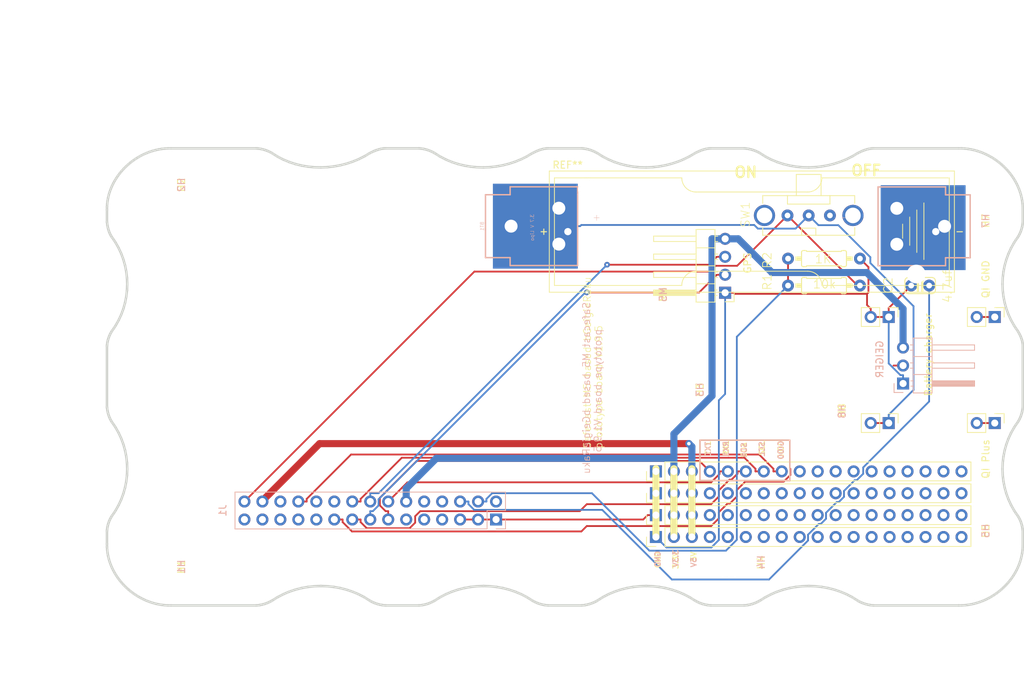
<source format=kicad_pcb>
(kicad_pcb (version 20200724) (host pcbnew "5.99.0-unknown-27d319b2d~89~ubuntu20.04.1")
  (layers (0 "F.Cu" signal) (31 "B.Cu" signal) (34 "B.Paste" user) (35 "F.Paste" user) (36 "B.SilkS" user) (37 "F.SilkS" user) (38 "B.Mask" user) (39 "F.Mask" user) (44 "Edge.Cuts" user))
  (net 0 "")
  (net 1 "GND")
  (net 2 "Net-(J1-Pad30)")
  (net 3 "/RX2")
  (net 4 "/TX2")
  (net 5 "Net-(J1-Pad4)")
  (net 6 "3.3V")
  (net 7 "5V")
  (net 8 "/GIO0")
  (net 9 "/GIO2")
  (net 10 "/SCL")
  (net 11 "/SDA")
  (net 12 "/RX1")
  (net 13 "/TX1")
  (net 14 "/VBATT")
  (net 15 "/Reset")
  (net 16 "Net-(J9-Pad1)")
  (net 17 "Net-(J10-Pad1)")
  (net 18 "Net-(J1-Pad29)")
  (net 19 "Net-(J1-Pad27)")
  (net 20 "/GIO34")
  (net 21 "Net-(J1-Pad25)")
  (net 22 "Net-(J1-Pad23)")
  (net 23 "/GIO13")
  (net 24 "Net-(J1-Pad21)")
  (net 25 "/GIO5")
  (net 26 "Net-(J1-Pad11)")
  (net 27 "Net-(J1-Pad10)")
  (net 28 "Net-(J1-Pad9)")
  (net 29 "Net-(J1-Pad8)")
  (net 30 "Net-(J1-Pad7)")
  (net 31 "/AD1")
  (net 32 "Net-(J4-Pad18)")
  (net 33 "Net-(J4-Pad17)")
  (net 34 "Net-(J4-Pad16)")
  (net 35 "Net-(J4-Pad15)")
  (net 36 "Net-(J4-Pad14)")
  (net 37 "Net-(J4-Pad13)")
  (net 38 "Net-(J4-Pad12)")
  (net 39 "Net-(J4-Pad11)")
  (net 40 "Net-(J4-Pad10)")
  (net 41 "Net-(J4-Pad9)")
  (net 42 "Net-(J4-Pad8)")
  (net 43 "Net-(J4-Pad7)")
  (net 44 "Net-(J4-Pad6)")
  (net 45 "Net-(J4-Pad5)")
  (net 46 "Net-(J4-Pad4)")
  (net 47 "Net-(J5-Pad18)")
  (net 48 "Net-(J5-Pad17)")
  (net 49 "Net-(J5-Pad16)")
  (net 50 "Net-(J5-Pad15)")
  (net 51 "Net-(J5-Pad14)")
  (net 52 "Net-(J5-Pad13)")
  (net 53 "Net-(J5-Pad12)")
  (net 54 "Net-(J5-Pad11)")
  (net 55 "Net-(J5-Pad10)")
  (net 56 "Net-(J5-Pad9)")
  (net 57 "Net-(J5-Pad8)")
  (net 58 "Net-(J5-Pad7)")
  (net 59 "Net-(J5-Pad6)")
  (net 60 "Net-(J5-Pad5)")
  (net 61 "Net-(J5-Pad4)")
  (net 62 "Net-(J6-Pad18)")
  (net 63 "Net-(J6-Pad17)")
  (net 64 "Net-(J6-Pad16)")
  (net 65 "Net-(J6-Pad15)")
  (net 66 "Net-(J6-Pad14)")
  (net 67 "Net-(J6-Pad13)")
  (net 68 "Net-(J6-Pad12)")
  (net 69 "Net-(J6-Pad11)")
  (net 70 "Net-(J6-Pad10)")
  (net 71 "Net-(J6-Pad9)")
  (net 72 "Net-(J6-Pad8)")
  (net 73 "Net-(J6-Pad7)")
  (net 74 "Net-(J6-Pad6)")
  (net 75 "Net-(J6-Pad5)")
  (net 76 "Net-(J6-Pad4)")
  (net 77 "Net-(J7-Pad18)")
  (net 78 "Net-(J7-Pad17)")
  (net 79 "Net-(J7-Pad16)")
  (net 80 "Net-(J7-Pad15)")
  (net 81 "Net-(J7-Pad14)")
  (net 82 "Net-(J7-Pad13)")
  (net 83 "Net-(J7-Pad12)")
  (net 84 "Net-(J7-Pad11)")
  (net 85 "Net-(J7-Pad10)")
  (net 86 "Net-(J7-Pad9)")
  (net 87 "Net-(SW1-Pad1)")
  (net 88 "Net-(H1-Pad1)")
  (net 89 "Net-(H2-Pad1)")
  (net 90 "Net-(H3-Pad1)")
  (net 91 "Net-(H4-Pad1)")
  (net 92 "Net-(H5-Pad1)")
  (net 93 "Net-(H7-Pad1)")
  (net 94 "Net-(H8-Pad1)")
  (module "Connector_PinHeader_2.54mm:PinHeader_1x02_P2.54mm_Vertical" (layer "F.Cu") (at 195.047 105.485 -90)
    (fp_text reference "J11" hide)
    (fp_text value "QI charger Plus" hide)
    (pad "1" thru_hole rect (at 0 0 270) (size 1.7 1.7) (drill 1) (layers *.Cu *.Mask) (net 14 "/VBATT"))
    (pad "2" thru_hole oval (at 0 2.54 270) (size 1.7 1.7) (drill 1) (layers *.Cu *.Mask) (net 14 "/VBATT"))
  )
  (module "Connector_PinHeader_2.54mm:PinHeader_1x02_P2.54mm_Vertical" (layer "F.Cu") (at 195.047 90.499 -90)
    (fp_text reference "J8" hide)
    (fp_text value "QI charger GND" hide)
    (pad "1" thru_hole rect (at 0 0 270) (size 1.7 1.7) (drill 1) (layers *.Cu *.Mask) (net 1 "GND"))
    (pad "2" thru_hole oval (at 0 2.54 270) (size 1.7 1.7) (drill 1) (layers *.Cu *.Mask) (net 1 "GND"))
  )
  (module "Connector_PinHeader_2.54mm:PinHeader_1x18_P2.54mm_Vertical" (layer "F.Cu") (at 162.154 121.586 90)
    (fp_text reference "J5" hide)
    (fp_text value "Conn_01x14_Female" hide)
    (pad "1" thru_hole rect (at 0 0 90) (size 1.7 1.7) (drill 1) (layers *.Cu *.Mask) (net 1 "GND"))
    (pad "2" thru_hole oval (at 0 2.54 90) (size 1.7 1.7) (drill 1) (layers *.Cu *.Mask) (net 6 "3.3V"))
    (pad "3" thru_hole oval (at 0 5.08 90) (size 1.7 1.7) (drill 1) (layers *.Cu *.Mask) (net 7 "5V"))
    (pad "4" thru_hole oval (at 0 7.62 90) (size 1.7 1.7) (drill 1) (layers *.Cu *.Mask) (net 61 "Net-(J5-Pad4)"))
    (pad "5" thru_hole oval (at 0 10.16 90) (size 1.7 1.7) (drill 1) (layers *.Cu *.Mask) (net 60 "Net-(J5-Pad5)"))
    (pad "6" thru_hole oval (at 0 12.7 90) (size 1.7 1.7) (drill 1) (layers *.Cu *.Mask) (net 59 "Net-(J5-Pad6)"))
    (pad "7" thru_hole oval (at 0 15.24 90) (size 1.7 1.7) (drill 1) (layers *.Cu *.Mask) (net 58 "Net-(J5-Pad7)"))
    (pad "8" thru_hole oval (at 0 17.78 90) (size 1.7 1.7) (drill 1) (layers *.Cu *.Mask) (net 57 "Net-(J5-Pad8)"))
    (pad "9" thru_hole oval (at 0 20.32 90) (size 1.7 1.7) (drill 1) (layers *.Cu *.Mask) (net 56 "Net-(J5-Pad9)"))
    (pad "10" thru_hole oval (at 0 22.86 90) (size 1.7 1.7) (drill 1) (layers *.Cu *.Mask) (net 55 "Net-(J5-Pad10)"))
    (pad "11" thru_hole oval (at 0 25.4 90) (size 1.7 1.7) (drill 1) (layers *.Cu *.Mask) (net 54 "Net-(J5-Pad11)"))
    (pad "12" thru_hole oval (at 0 27.94 90) (size 1.7 1.7) (drill 1) (layers *.Cu *.Mask) (net 53 "Net-(J5-Pad12)"))
    (pad "13" thru_hole oval (at 0 30.48 90) (size 1.7 1.7) (drill 1) (layers *.Cu *.Mask) (net 52 "Net-(J5-Pad13)"))
    (pad "14" thru_hole oval (at 0 33.02 90) (size 1.7 1.7) (drill 1) (layers *.Cu *.Mask) (net 51 "Net-(J5-Pad14)"))
    (pad "15" thru_hole oval (at 0 35.56 90) (size 1.7 1.7) (drill 1) (layers *.Cu *.Mask) (net 50 "Net-(J5-Pad15)"))
    (pad "16" thru_hole oval (at 0 38.1 90) (size 1.7 1.7) (drill 1) (layers *.Cu *.Mask) (net 49 "Net-(J5-Pad16)"))
    (pad "17" thru_hole oval (at 0 40.64 90) (size 1.7 1.7) (drill 1) (layers *.Cu *.Mask) (net 48 "Net-(J5-Pad17)"))
    (pad "18" thru_hole oval (at 0 43.18 90) (size 1.7 1.7) (drill 1) (layers *.Cu *.Mask) (net 47 "Net-(J5-Pad18)"))
  )
  (module "bGeigieNanoKit V1.1r5a:EG1206" (layer "F.Cu") (at 183.744 76.148 180)
    (fp_text reference "SW1" (at 9.6524 -1.778 270) (layer "F.SilkS") (effects (font (size 1.2065 1.2065) (thickness 0.09652)) (justify left top)))
    (fp_text value "SW_SPDT" hide)
    (pad "1" thru_hole circle (at -3 0 180) (size 1.6764 1.6764) (drill 0.8) (layers *.Cu *.Mask) (net 87 "Net-(SW1-Pad1)"))
    (pad "2" thru_hole circle (at 0 0 180) (size 1.6764 1.6764) (drill 0.8) (layers *.Cu *.Mask) (net 14 "/VBATT"))
    (pad "3" thru_hole circle (at 3 0 180) (size 1.6764 1.6764) (drill 0.8) (layers *.Cu *.Mask) (net 2 "Net-(J1-Pad30)"))
    (pad "MT1" thru_hole circle (at -6.25 0 180) (size 3 3) (drill 2.2) (layers *.Cu *.Mask))
    (pad "MT2" thru_hole circle (at 6.25 0 180) (size 3 3) (drill 2.2) (layers *.Cu *.Mask))
  )
  (module "MountingHole:MountingHole_3.2mm_M3" (layer "F.Cu") (at 172.476 125.664)
    (fp_text reference "H4" (at 4.5366 -0.494 90) (layer "F.SilkS"))
    (fp_text value "MountingHole_Pad" hide)
    (fp_text user "${REFERENCE}" (at 4.5366 -0.494 90) (layer "B.SilkS") (effects (justify mirror)))
    (pad "1" np_thru_hole circle (at 0 0) (size 3.2 3.2) (drill 3.2) (layers *.Cu *.Mask) (net 91 "Net-(H4-Pad1)"))
  )
  (module "bGeigieNano V1.1.5:C025-024X044" (layer "F.Cu") (at 199.492 86.054 180)
    (fp_text reference "C2" (at 3.8104 1.27 90) (layer "F.SilkS") (effects (font (size 1.2065 1.2065) (thickness 0.12065)) (justify right bottom)))
    (fp_text value "4.7uf" (at -4.5716 2.286 90) (layer "F.SilkS") (effects (font (size 1.2065 1.2065) (thickness 0.12065)) (justify right bottom)))
    (pad "1" thru_hole circle (at -1.27 0 180) (size 1.6764 1.6764) (drill 0.8128) (layers *.Cu *.Mask) (net 15 "/Reset"))
    (pad "2" thru_hole circle (at 1.27 0 180) (size 1.6764 1.6764) (drill 0.8128) (layers *.Cu *.Mask) (net 1 "GND"))
  )
  (module "MountingHole:MountingHole_3.2mm_M3" (layer "F.Cu") (at 90.6526 125.805)
    (fp_text reference "H1" (at 4.445 0 90) (layer "F.SilkS"))
    (fp_text value "MountingHole_Pad" hide)
    (fp_text user "${REFERENCE}" (at 4.445 0 90) (layer "B.SilkS") (effects (justify mirror)))
    (pad "1" np_thru_hole circle (at 0 0) (size 3.2 3.2) (drill 3.2) (layers *.Cu *.Mask) (net 88 "Net-(H1-Pad1)"))
  )
  (module "MountingHole:MountingHole_3.2mm_M3" (layer "F.Cu") (at 90.4338 71.8155)
    (fp_text reference "H2" (at 4.6638 0.0145 90) (layer "F.SilkS"))
    (fp_text value "MountingHole_Pad" hide)
    (fp_text user "${REFERENCE}" (at 4.6638 0.0145 90) (layer "B.SilkS") (effects (justify mirror)))
    (pad "1" np_thru_hole circle (at 0 0) (size 3.2 3.2) (drill 3.2) (layers *.Cu *.Mask) (net 89 "Net-(H2-Pad1)"))
  )
  (module "MountingHole:MountingHole_3.2mm_M3" (layer "F.Cu") (at 188.4426 108.406)
    (fp_text reference "H8" (at 0 -4.699 90) (layer "F.SilkS"))
    (fp_text value "MountingHole_Pad" hide)
    (fp_text user "${REFERENCE}" (at 0 -4.572 90) (layer "B.SilkS") (effects (justify mirror)))
    (pad "1" np_thru_hole circle (at 0 0) (size 3.2 3.2) (drill 3.2) (layers *.Cu *.Mask) (net 94 "Net-(H8-Pad1)"))
  )
  (module "bGeigieNano V1.1.5:0207_10" (layer "F.Cu") (at 185.903 86.054 180)
    (fp_text reference "R1" (at 7.315282 -0.762 90) (layer "F.SilkS") (effects (font (size 1.2065 1.2065) (thickness 0.12065)) (justify left bottom)))
    (fp_text value "10k" (at 1.6514 -0.508) (layer "F.SilkS") (effects (font (size 1.2065 1.2065) (thickness 0.12065)) (justify left bottom)))
    (pad "1" thru_hole circle (at -5.08 0 180) (size 1.6764 1.6764) (drill 0.8128) (layers *.Cu *.Mask) (net 2 "Net-(J1-Pad30)"))
    (pad "2" thru_hole circle (at 5.08 0 180) (size 1.6764 1.6764) (drill 0.8128) (layers *.Cu *.Mask) (net 5 "Net-(J1-Pad4)"))
  )
  (module "bGeigieNano V1.1.5:0207_10" (layer "F.Cu") (at 185.903 82.244)
    (fp_text reference "R2" (at -7.315282 -1.016 90) (layer "F.SilkS") (effects (font (size 1.2065 1.2065) (thickness 0.12065)) (justify right bottom)))
    (fp_text value "1K" (at 1.1426 0.762) (layer "F.SilkS") (effects (font (size 1.2065 1.2065) (thickness 0.12065)) (justify right bottom)))
    (pad "1" thru_hole circle (at -5.08 0) (size 1.6764 1.6764) (drill 0.8128) (layers *.Cu *.Mask) (net 5 "Net-(J1-Pad4)"))
    (pad "2" thru_hole circle (at 5.08 0) (size 1.6764 1.6764) (drill 0.8128) (layers *.Cu *.Mask) (net 1 "GND"))
  )
  (module "Battery:BatteryHolder_Keystone_2460_1xAA" (layer "F.Cu") (at 149.7076 78.434)
    (fp_text reference "REF**" (at -0.02 -9.42 180) (layer "F.SilkS"))
    (fp_text value "BatteryHolder_Keystone_2460_1xAA")
    (fp_text user "-" (at 55.37 -0.06) (layer "F.SilkS"))
    (fp_text user "+" (at -3.4 -0.06) (layer "F.SilkS"))
    (pad "" np_thru_hole circle (at 2.75 -5.995 90) (size 2.64 2.64) (drill 2.64) (layers *.Cu *.Mask))
    (pad "" np_thru_hole circle (at 49.23 5.995) (size 2.64 2.64) (drill 2.64) (layers *.Cu *.Mask))
    (pad "1" thru_hole rect (at 0 0 180) (size 2 2) (drill 1.02) (layers *.Cu *.Mask))
    (pad "2" thru_hole circle (at 51.99 0 180) (size 2 2) (drill 1.02) (layers *.Cu *.Mask))
  )
  (module "Connector_PinHeader_2.54mm:PinHeader_1x18_P2.54mm_Vertical" (layer "F.Cu") (at 162.154 118.496 90)
    (fp_text reference "J6" hide)
    (fp_text value "Conn_01x14_Female" hide)
    (pad "1" thru_hole rect (at 0 0 90) (size 1.7 1.7) (drill 1) (layers *.Cu *.Mask) (net 1 "GND"))
    (pad "2" thru_hole oval (at 0 2.54 90) (size 1.7 1.7) (drill 1) (layers *.Cu *.Mask) (net 6 "3.3V"))
    (pad "3" thru_hole oval (at 0 5.08 90) (size 1.7 1.7) (drill 1) (layers *.Cu *.Mask) (net 7 "5V"))
    (pad "4" thru_hole oval (at 0 7.62 90) (size 1.7 1.7) (drill 1) (layers *.Cu *.Mask) (net 76 "Net-(J6-Pad4)"))
    (pad "5" thru_hole oval (at 0 10.16 90) (size 1.7 1.7) (drill 1) (layers *.Cu *.Mask) (net 75 "Net-(J6-Pad5)"))
    (pad "6" thru_hole oval (at 0 12.7 90) (size 1.7 1.7) (drill 1) (layers *.Cu *.Mask) (net 74 "Net-(J6-Pad6)"))
    (pad "7" thru_hole oval (at 0 15.24 90) (size 1.7 1.7) (drill 1) (layers *.Cu *.Mask) (net 73 "Net-(J6-Pad7)"))
    (pad "8" thru_hole oval (at 0 17.78 90) (size 1.7 1.7) (drill 1) (layers *.Cu *.Mask) (net 72 "Net-(J6-Pad8)"))
    (pad "9" thru_hole oval (at 0 20.32 90) (size 1.7 1.7) (drill 1) (layers *.Cu *.Mask) (net 71 "Net-(J6-Pad9)"))
    (pad "10" thru_hole oval (at 0 22.86 90) (size 1.7 1.7) (drill 1) (layers *.Cu *.Mask) (net 70 "Net-(J6-Pad10)"))
    (pad "11" thru_hole oval (at 0 25.4 90) (size 1.7 1.7) (drill 1) (layers *.Cu *.Mask) (net 69 "Net-(J6-Pad11)"))
    (pad "12" thru_hole oval (at 0 27.94 90) (size 1.7 1.7) (drill 1) (layers *.Cu *.Mask) (net 68 "Net-(J6-Pad12)"))
    (pad "13" thru_hole oval (at 0 30.48 90) (size 1.7 1.7) (drill 1) (layers *.Cu *.Mask) (net 67 "Net-(J6-Pad13)"))
    (pad "14" thru_hole oval (at 0 33.02 90) (size 1.7 1.7) (drill 1) (layers *.Cu *.Mask) (net 66 "Net-(J6-Pad14)"))
    (pad "15" thru_hole oval (at 0 35.56 90) (size 1.7 1.7) (drill 1) (layers *.Cu *.Mask) (net 65 "Net-(J6-Pad15)"))
    (pad "16" thru_hole oval (at 0 38.1 90) (size 1.7 1.7) (drill 1) (layers *.Cu *.Mask) (net 64 "Net-(J6-Pad16)"))
    (pad "17" thru_hole oval (at 0 40.64 90) (size 1.7 1.7) (drill 1) (layers *.Cu *.Mask) (net 63 "Net-(J6-Pad17)"))
    (pad "18" thru_hole oval (at 0 43.18 90) (size 1.7 1.7) (drill 1) (layers *.Cu *.Mask) (net 62 "Net-(J6-Pad18)"))
  )
  (module "Connector_PinHeader_2.54mm:PinHeader_1x02_P2.54mm_Vertical" (layer "F.Cu") (at 210.033 105.485 -90)
    (fp_text reference "J10" hide)
    (fp_text value "QI GND" (at -20.32 1.27 90) (layer "F.SilkS"))
    (pad "1" thru_hole rect (at 0 0 270) (size 1.7 1.7) (drill 1) (layers *.Cu *.Mask) (net 17 "Net-(J10-Pad1)"))
    (pad "2" thru_hole oval (at 0 2.54 270) (size 1.7 1.7) (drill 1) (layers *.Cu *.Mask) (net 17 "Net-(J10-Pad1)"))
  )
  (module "Connector_PinHeader_2.54mm:PinHeader_1x18_P2.54mm_Vertical" (layer "F.Cu") (at 162.154 112.315 90)
    (fp_text reference "J7" hide)
    (fp_text value "Conn_01x14_Female" hide)
    (pad "1" thru_hole rect (at 0 0 90) (size 1.7 1.7) (drill 1) (layers *.Cu *.Mask) (net 1 "GND"))
    (pad "2" thru_hole oval (at 0 2.54 90) (size 1.7 1.7) (drill 1) (layers *.Cu *.Mask) (net 6 "3.3V"))
    (pad "3" thru_hole oval (at 0 5.08 90) (size 1.7 1.7) (drill 1) (layers *.Cu *.Mask) (net 7 "5V"))
    (pad "4" thru_hole oval (at 0 7.62 90) (size 1.7 1.7) (drill 1) (layers *.Cu *.Mask) (net 13 "/TX1"))
    (pad "5" thru_hole oval (at 0 10.16 90) (size 1.7 1.7) (drill 1) (layers *.Cu *.Mask) (net 12 "/RX1"))
    (pad "6" thru_hole oval (at 0 12.7 90) (size 1.7 1.7) (drill 1) (layers *.Cu *.Mask) (net 11 "/SDA"))
    (pad "7" thru_hole oval (at 0 15.24 90) (size 1.7 1.7) (drill 1) (layers *.Cu *.Mask) (net 10 "/SCL"))
    (pad "8" thru_hole oval (at 0 17.78 90) (size 1.7 1.7) (drill 1) (layers *.Cu *.Mask) (net 8 "/GIO0"))
    (pad "9" thru_hole oval (at 0 20.32 90) (size 1.7 1.7) (drill 1) (layers *.Cu *.Mask) (net 86 "Net-(J7-Pad9)"))
    (pad "10" thru_hole oval (at 0 22.86 90) (size 1.7 1.7) (drill 1) (layers *.Cu *.Mask) (net 85 "Net-(J7-Pad10)"))
    (pad "11" thru_hole oval (at 0 25.4 90) (size 1.7 1.7) (drill 1) (layers *.Cu *.Mask) (net 84 "Net-(J7-Pad11)"))
    (pad "12" thru_hole oval (at 0 27.94 90) (size 1.7 1.7) (drill 1) (layers *.Cu *.Mask) (net 83 "Net-(J7-Pad12)"))
    (pad "13" thru_hole oval (at 0 30.48 90) (size 1.7 1.7) (drill 1) (layers *.Cu *.Mask) (net 82 "Net-(J7-Pad13)"))
    (pad "14" thru_hole oval (at 0 33.02 90) (size 1.7 1.7) (drill 1) (layers *.Cu *.Mask) (net 81 "Net-(J7-Pad14)"))
    (pad "15" thru_hole oval (at 0 35.56 90) (size 1.7 1.7) (drill 1) (layers *.Cu *.Mask) (net 80 "Net-(J7-Pad15)"))
    (pad "16" thru_hole oval (at 0 38.1 90) (size 1.7 1.7) (drill 1) (layers *.Cu *.Mask) (net 79 "Net-(J7-Pad16)"))
    (pad "17" thru_hole oval (at 0 40.64 90) (size 1.7 1.7) (drill 1) (layers *.Cu *.Mask) (net 78 "Net-(J7-Pad17)"))
    (pad "18" thru_hole oval (at 0 43.18 90) (size 1.7 1.7) (drill 1) (layers *.Cu *.Mask) (net 77 "Net-(J7-Pad18)"))
  )
  (module "MountingHole:MountingHole_3.2mm_M3" (layer "F.Cu") (at 209.052 125.664)
    (fp_text reference "H5" (at -0.289 -4.939 90) (layer "F.SilkS"))
    (fp_text value "MountingHole_Pad" hide)
    (fp_text user "${REFERENCE}" (at -0.289 -4.939 90) (layer "B.SilkS") (effects (justify mirror)))
    (pad "1" np_thru_hole circle (at 0 0) (size 3.2 3.2) (drill 3.2) (layers *.Cu *.Mask) (net 92 "Net-(H5-Pad1)"))
  )
  (module "MountingHole:MountingHole_3.2mm_M3" (layer "F.Cu") (at 209.052 71.8155)
    (fp_text reference "H7" (at -0.289 5.0945 90) (layer "F.SilkS"))
    (fp_text value "MountingHole_Pad" hide)
    (fp_text user "${REFERENCE}" (at -0.289 5.0945 90) (layer "B.SilkS") (effects (justify mirror)))
    (pad "1" np_thru_hole circle (at 0 0) (size 3.2 3.2) (drill 3.2) (layers *.Cu *.Mask) (net 93 "Net-(H7-Pad1)"))
  )
  (module "MountingHole:MountingHole_3.2mm_M3" (layer "F.Cu") (at 163.2966 100.786)
    (fp_text reference "H3" (at 5.0796 0 90) (layer "F.SilkS"))
    (fp_text value "MountingHole_Pad" hide)
    (fp_text user "${REFERENCE}" (at 5.0796 0 90) (layer "B.SilkS") (effects (justify mirror)))
    (pad "1" np_thru_hole circle (at 0 0) (size 3.2 3.2) (drill 3.2) (layers *.Cu *.Mask) (net 90 "Net-(H3-Pad1)"))
  )
  (module "Connector_PinHeader_2.54mm:PinHeader_1x18_P2.54mm_Vertical" (layer "F.Cu") (at 162.154 115.405 90)
    (fp_text reference "J4" hide)
    (fp_text value "Conn_01x14_Female" hide)
    (pad "1" thru_hole rect (at 0 0 90) (size 1.7 1.7) (drill 1) (layers *.Cu *.Mask) (net 1 "GND"))
    (pad "2" thru_hole oval (at 0 2.54 90) (size 1.7 1.7) (drill 1) (layers *.Cu *.Mask) (net 6 "3.3V"))
    (pad "3" thru_hole oval (at 0 5.08 90) (size 1.7 1.7) (drill 1) (layers *.Cu *.Mask) (net 7 "5V"))
    (pad "4" thru_hole oval (at 0 7.62 90) (size 1.7 1.7) (drill 1) (layers *.Cu *.Mask) (net 46 "Net-(J4-Pad4)"))
    (pad "5" thru_hole oval (at 0 10.16 90) (size 1.7 1.7) (drill 1) (layers *.Cu *.Mask) (net 45 "Net-(J4-Pad5)"))
    (pad "6" thru_hole oval (at 0 12.7 90) (size 1.7 1.7) (drill 1) (layers *.Cu *.Mask) (net 44 "Net-(J4-Pad6)"))
    (pad "7" thru_hole oval (at 0 15.24 90) (size 1.7 1.7) (drill 1) (layers *.Cu *.Mask) (net 43 "Net-(J4-Pad7)"))
    (pad "8" thru_hole oval (at 0 17.78 90) (size 1.7 1.7) (drill 1) (layers *.Cu *.Mask) (net 42 "Net-(J4-Pad8)"))
    (pad "9" thru_hole oval (at 0 20.32 90) (size 1.7 1.7) (drill 1) (layers *.Cu *.Mask) (net 41 "Net-(J4-Pad9)"))
    (pad "10" thru_hole oval (at 0 22.86 90) (size 1.7 1.7) (drill 1) (layers *.Cu *.Mask) (net 40 "Net-(J4-Pad10)"))
    (pad "11" thru_hole oval (at 0 25.4 90) (size 1.7 1.7) (drill 1) (layers *.Cu *.Mask) (net 39 "Net-(J4-Pad11)"))
    (pad "12" thru_hole oval (at 0 27.94 90) (size 1.7 1.7) (drill 1) (layers *.Cu *.Mask) (net 38 "Net-(J4-Pad12)"))
    (pad "13" thru_hole oval (at 0 30.48 90) (size 1.7 1.7) (drill 1) (layers *.Cu *.Mask) (net 37 "Net-(J4-Pad13)"))
    (pad "14" thru_hole oval (at 0 33.02 90) (size 1.7 1.7) (drill 1) (layers *.Cu *.Mask) (net 36 "Net-(J4-Pad14)"))
    (pad "15" thru_hole oval (at 0 35.56 90) (size 1.7 1.7) (drill 1) (layers *.Cu *.Mask) (net 35 "Net-(J4-Pad15)"))
    (pad "16" thru_hole oval (at 0 38.1 90) (size 1.7 1.7) (drill 1) (layers *.Cu *.Mask) (net 34 "Net-(J4-Pad16)"))
    (pad "17" thru_hole oval (at 0 40.64 90) (size 1.7 1.7) (drill 1) (layers *.Cu *.Mask) (net 33 "Net-(J4-Pad17)"))
    (pad "18" thru_hole oval (at 0 43.18 90) (size 1.7 1.7) (drill 1) (layers *.Cu *.Mask) (net 32 "Net-(J4-Pad18)"))
  )
  (module "Connector_PinHeader_2.54mm:PinHeader_1x02_P2.54mm_Vertical" (layer "F.Cu") (at 210.033 90.499 -90)
    (fp_text reference "J9" hide)
    (fp_text value "QI Plus" (at 20.066 1.27 90) (layer "F.SilkS"))
    (pad "1" thru_hole rect (at 0 0 270) (size 1.7 1.7) (drill 1) (layers *.Cu *.Mask) (net 16 "Net-(J9-Pad1)"))
    (pad "2" thru_hole oval (at 0 2.54 270) (size 1.7 1.7) (drill 1) (layers *.Cu *.Mask) (net 16 "Net-(J9-Pad1)"))
  )
  (module "Connector_PinHeader_2.54mm:PinHeader_1x04_P2.54mm_Horizontal" (layer "F.Cu") (at 171.933 87.07 180)
    (fp_text reference "J3" hide)
    (fp_text value "GPS" (at -3.1746 4.191 270) (layer "F.SilkS"))
    (pad "1" thru_hole rect (at 0 0 180) (size 1.7 1.7) (drill 1) (layers *.Cu *.Mask) (net 1 "GND"))
    (pad "2" thru_hole oval (at 0 2.54 180) (size 1.7 1.7) (drill 1) (layers *.Cu *.Mask) (net 4 "/TX2"))
    (pad "3" thru_hole oval (at 0 5.08 180) (size 1.7 1.7) (drill 1) (layers *.Cu *.Mask) (net 3 "/RX2"))
    (pad "4" thru_hole oval (at 0 7.62 180) (size 1.7 1.7) (drill 1) (layers *.Cu *.Mask) (net 6 "3.3V"))
  )
  (module "Connector_PinHeader_2.54mm:PinHeader_2x15_P2.54mm_Vertical" (layer "B.Cu") (at 139.564 119.114 90)
    (fp_text reference "J1" (at 1.27 -38.6244 90) (layer "B.SilkS") (effects (justify mirror)))
    (fp_text value "M5 2x15 pin" hide)
    (pad "1" thru_hole rect (at 0 0 90) (size 1.7 1.7) (drill 1) (layers *.Cu *.Mask) (net 1 "GND"))
    (pad "2" thru_hole oval (at 2.54 0 90) (size 1.7 1.7) (drill 1) (layers *.Cu *.Mask) (net 31 "/AD1"))
    (pad "3" thru_hole oval (at 0 -2.54 90) (size 1.7 1.7) (drill 1) (layers *.Cu *.Mask) (net 1 "GND"))
    (pad "4" thru_hole oval (at 2.54 -2.54 90) (size 1.7 1.7) (drill 1) (layers *.Cu *.Mask) (net 5 "Net-(J1-Pad4)"))
    (pad "5" thru_hole oval (at 0 -5.08 90) (size 1.7 1.7) (drill 1) (layers *.Cu *.Mask) (net 1 "GND"))
    (pad "6" thru_hole oval (at 2.54 -5.08 90) (size 1.7 1.7) (drill 1) (layers *.Cu *.Mask) (net 15 "/Reset"))
    (pad "7" thru_hole oval (at 0 -7.62 90) (size 1.7 1.7) (drill 1) (layers *.Cu *.Mask) (net 30 "Net-(J1-Pad7)"))
    (pad "8" thru_hole oval (at 2.54 -7.62 90) (size 1.7 1.7) (drill 1) (layers *.Cu *.Mask) (net 29 "Net-(J1-Pad8)"))
    (pad "9" thru_hole oval (at 0 -10.16 90) (size 1.7 1.7) (drill 1) (layers *.Cu *.Mask) (net 28 "Net-(J1-Pad9)"))
    (pad "10" thru_hole oval (at 2.54 -10.16 90) (size 1.7 1.7) (drill 1) (layers *.Cu *.Mask) (net 27 "Net-(J1-Pad10)"))
    (pad "11" thru_hole oval (at 0 -12.7 90) (size 1.7 1.7) (drill 1) (layers *.Cu *.Mask) (net 26 "Net-(J1-Pad11)"))
    (pad "12" thru_hole oval (at 2.54 -12.7 90) (size 1.7 1.7) (drill 1) (layers *.Cu *.Mask) (net 6 "3.3V"))
    (pad "13" thru_hole oval (at 0 -15.24 90) (size 1.7 1.7) (drill 1) (layers *.Cu *.Mask) (net 13 "/TX1"))
    (pad "14" thru_hole oval (at 2.54 -15.24 90) (size 1.7 1.7) (drill 1) (layers *.Cu *.Mask) (net 12 "/RX1"))
    (pad "15" thru_hole oval (at 0 -17.78 90) (size 1.7 1.7) (drill 1) (layers *.Cu *.Mask) (net 4 "/TX2"))
    (pad "16" thru_hole oval (at 2.54 -17.78 90) (size 1.7 1.7) (drill 1) (layers *.Cu *.Mask) (net 3 "/RX2"))
    (pad "17" thru_hole oval (at 0 -20.32 90) (size 1.7 1.7) (drill 1) (layers *.Cu *.Mask) (net 11 "/SDA"))
    (pad "18" thru_hole oval (at 2.54 -20.32 90) (size 1.7 1.7) (drill 1) (layers *.Cu *.Mask) (net 10 "/SCL"))
    (pad "19" thru_hole oval (at 0 -22.86 90) (size 1.7 1.7) (drill 1) (layers *.Cu *.Mask) (net 9 "/GIO2"))
    (pad "20" thru_hole oval (at 2.54 -22.86 90) (size 1.7 1.7) (drill 1) (layers *.Cu *.Mask) (net 25 "/GIO5"))
    (pad "21" thru_hole oval (at 0 -25.4 90) (size 1.7 1.7) (drill 1) (layers *.Cu *.Mask) (net 24 "Net-(J1-Pad21)"))
    (pad "22" thru_hole oval (at 2.54 -25.4 90) (size 1.7 1.7) (drill 1) (layers *.Cu *.Mask) (net 23 "/GIO13"))
    (pad "23" thru_hole oval (at 0 -27.94 90) (size 1.7 1.7) (drill 1) (layers *.Cu *.Mask) (net 22 "Net-(J1-Pad23)"))
    (pad "24" thru_hole oval (at 2.54 -27.94 90) (size 1.7 1.7) (drill 1) (layers *.Cu *.Mask) (net 8 "/GIO0"))
    (pad "25" thru_hole oval (at 0 -30.48 90) (size 1.7 1.7) (drill 1) (layers *.Cu *.Mask) (net 21 "Net-(J1-Pad25)"))
    (pad "26" thru_hole oval (at 2.54 -30.48 90) (size 1.7 1.7) (drill 1) (layers *.Cu *.Mask) (net 20 "/GIO34"))
    (pad "27" thru_hole oval (at 0 -33.02 90) (size 1.7 1.7) (drill 1) (layers *.Cu *.Mask) (net 19 "Net-(J1-Pad27)"))
    (pad "28" thru_hole oval (at 2.54 -33.02 90) (size 1.7 1.7) (drill 1) (layers *.Cu *.Mask) (net 7 "5V"))
    (pad "29" thru_hole oval (at 0 -35.56 90) (size 1.7 1.7) (drill 1) (layers *.Cu *.Mask) (net 18 "Net-(J1-Pad29)"))
    (pad "30" thru_hole oval (at 2.54 -35.56 90) (size 1.7 1.7) (drill 1) (layers *.Cu *.Mask) (net 2 "Net-(J1-Pad30)"))
  )
  (module "Battery_Holders:BATTERY_18650-HOLDER" (layer "B.Cu") (at 172.314 77.672)
    (fp_text reference "BT1" (at -34.7218 0 -90) (layer "B.SilkS") (effects (font (size 0.48 0.48) (thickness 0.05)) (justify mirror)))
    (fp_text value " 3.7 V Lipo" (at -27.6352 0 -90) (layer "B.SilkS") (effects (font (size 0.48 0.48) (thickness 0.05)) (justify mirror)))
    (fp_text user "-" (at 16.51 -1.27) (layer "B.SilkS") (effects (font (thickness 0.05)) (justify mirror)))
    (fp_text user "+" (at -18.542 -1.27) (layer "B.SilkS") (effects (font (thickness 0.05)) (justify mirror)))
    (pad "1" thru_hole circle (at -30.628 -0.01) (size 2.7432 2.7432) (drill 1.8288) (layers *.Cu *.Mask) (net 14 "/VBATT"))
    (pad "1" smd rect (at -27.2 -0.01) (size 12 12) (layers "B.Cu" "B.Paste" "B.Mask") (net 14 "/VBATT"))
    (pad "2" thru_hole circle (at 30.628 0.01 180) (size 2.7432 2.7432) (drill 1.8288) (layers *.Cu *.Mask) (net 1 "GND"))
    (pad "2" smd rect (at 27.6 0.2 180) (size 12 12) (layers "B.Cu" "B.Paste" "B.Mask") (net 1 "GND"))
    (pad "GND@2" thru_hole circle (at 23.88 2.55 90) (size 2.7432 2.7432) (drill 1.8288) (layers *.Cu *.Mask))
    (pad "GND@3" thru_hole circle (at 23.88 -2.53 90) (size 2.7432 2.7432) (drill 1.8288) (layers *.Cu *.Mask))
    (pad "PWR@2" thru_hole circle (at -23.88 2.53 270) (size 2.7432 2.7432) (drill 1.8288) (layers *.Cu *.Mask))
    (pad "PWR@3" thru_hole circle (at -23.88 -2.55 270) (size 2.7432 2.7432) (drill 1.8288) (layers *.Cu *.Mask))
  )
  (module "Connector_PinHeader_2.54mm:PinHeader_1x03_P2.54mm_Horizontal" (layer "B.Cu") (at 197.078 99.897)
    (fp_text reference "J2" hide)
    (fp_text value "Geiger" hide)
    (fp_text user "GEIGER " (at -3.3024 -3.048 270) (layer "B.SilkS") (effects (justify mirror)))
    (pad "1" thru_hole rect (at 0 0) (size 1.7 1.7) (drill 1) (layers *.Cu *.Mask) (net 1 "GND"))
    (pad "2" thru_hole oval (at 0 -2.54) (size 1.7 1.7) (drill 1) (layers *.Cu *.Mask) (net 9 "/GIO2"))
    (pad "3" thru_hole oval (at 0 -5.08) (size 1.7 1.7) (drill 1) (layers *.Cu *.Mask) (net 6 "3.3V"))
  )
  (gr_line (start 168.3766 113.613) (end 181.0766 113.613) (layer "B.SilkS") (width 0.2))
  (gr_line (start 168.3766 107.898) (end 168.3766 113.613) (layer "B.SilkS") (width 0.2))
  (gr_line (start 181.0766 113.613) (end 181.0766 107.898) (layer "B.SilkS") (width 0.2))
  (gr_line (start 181.0766 107.898) (end 168.3766 107.898) (layer "B.SilkS") (width 0.2))
  (gr_line (start 164.6936 111.934288) (end 164.6936 121.332288) (layer "F.SilkS") (width 1))
  (gr_line (start 162.1536 111.934288) (end 162.1536 121.332288) (layer "F.SilkS") (width 1))
  (gr_line (start 168.3766 113.613) (end 168.3766 107.898) (layer "F.SilkS") (width 0.2))
  (gr_line (start 167.2336 111.934288) (end 167.2336 121.078288) (layer "F.SilkS") (width 1))
  (gr_line (start 181.0766 107.898) (end 181.0766 113.613) (layer "F.SilkS") (width 0.2))
  (gr_line (start 181.0766 113.613) (end 168.3766 113.613) (layer "F.SilkS") (width 0.2))
  (gr_line (start 168.3766 107.898) (end 181.0766 107.898) (layer "F.SilkS") (width 0.2))
  (gr_line (start 156.298655 68.597103) (end 157.160995 68.879488) (layer "Edge.Cuts") (width 0.358429))
  (gr_line (start 211.16166 84.973646) (end 211.128095 85.850985) (layer "Edge.Cuts") (width 0.358429))
  (gr_line (start 188.224201 68.555756) (end 189.065329 68.213093) (layer "Edge.Cuts") (width 0.358429))
  (gr_line (start 213.463673 72.422114) (end 213.607849 72.823561) (layer "Edge.Cuts") (width 0.358429))
  (gr_line (start 191.465054 66.976708) (end 191.605164 66.924178) (layer "Edge.Cuts") (width 0.358429))
  (gr_line (start 86.954974 128.378285) (end 86.663234 128.057244) (layer "Edge.Cuts") (width 0.358429))
  (gr_line (start 211.161654 86.728327) (end 211.262336 87.600714) (layer "Edge.Cuts") (width 0.358429))
  (gr_line (start 211.262325 113.725419) (end 211.430129 114.587896) (layer "Edge.Cuts") (width 0.358429))
  (gr_line (start 192.32598 131.189046) (end 192.178571 131.161064) (layer "Edge.Cuts") (width 0.358429))
  (gr_line (start 191.188892 67.091714) (end 191.32629 67.032675) (layer "Edge.Cuts") (width 0.358429))
  (gr_line (start 213.730325 73.231941) (end 213.830376 73.646562) (layer "Edge.Cuts") (width 0.358429))
  (gr_line (start 90.17744 130.591843) (end 89.775017 130.414281) (layer "Edge.Cuts") (width 0.358429))
  (gr_line (start 84.604172 120.464952) (end 84.624027 120.322199) (layer "Edge.Cuts") (width 0.358429))
  (gr_line (start 211.967109 116.2633) (end 212.336285 117.066315) (layer "Edge.Cuts") (width 0.358429))
  (gr_line (start 213.83038 124.274909) (end 213.730343 124.689491) (layer "Edge.Cuts") (width 0.358429))
  (gr_line (start 116.621808 69.223345) (end 117.521987 69.061518) (layer "Edge.Cuts") (width 0.358429))
  (gr_line (start 84.692302 77.785032) (end 84.663741 77.643453) (layer "Edge.Cuts") (width 0.358429))
  (gr_line (start 129.811357 66.871009) (end 129.95391 66.916514) (layer "Edge.Cuts") (width 0.358429))
  (gr_line (start 92.305327 131.174673) (end 91.866723 131.101081) (layer "Edge.Cuts") (width 0.358429))
  (gr_line (start 178.446489 129.67012) (end 177.639224 130.088055) (layer "Edge.Cuts") (width 0.358429))
  (gr_line (start 211.262335 110.225973) (end 211.161649 111.098353) (layer "Edge.Cuts") (width 0.358429))
  (gr_line (start 161.693141 128.544777) (end 160.777242 128.512626) (layer "Edge.Cuts") (width 0.358429))
  (gr_line (start 153.490012 130.778909) (end 153.354383 130.841039) (layer "Edge.Cuts") (width 0.358429))
  (gr_line (start 107.787978 130.643366) (end 107.656421 130.712993) (layer "Edge.Cuts") (width 0.358429))
  (gr_line (start 121.962678 130.714709) (end 121.831431 130.644407) (layer "Edge.Cuts") (width 0.358429))
  (gr_line (start 145.633166 131.004998) (end 145.492159 130.955261) (layer "Edge.Cuts") (width 0.358429))
  (gr_line (start 146.357862 66.725697) (end 146.50558 66.701367) (layer "Edge.Cuts") (width 0.358429))
  (gr_line (start 166.893115 67.811427) (end 167.669785 67.351386) (layer "Edge.Cuts") (width 0.358429))
  (gr_line (start 92.305153 66.746546) (end 92.748873 66.69575) (layer "Edge.Cuts") (width 0.358429))
  (gr_line (start 213.490345 92.833108) (end 213.557367 92.962764) (layer "Edge.Cuts") (width 0.358429))
  (gr_line (start 213.920831 120.180557) (end 213.945357 120.322656) (layer "Edge.Cuts") (width 0.358429))
  (gr_line (start 158.050228 128.801956) (end 157.165363 129.026995) (layer "Edge.Cuts") (width 0.358429))
  (gr_line (start 180.148967 129.027147) (end 179.284795 129.316484) (layer "Edge.Cuts") (width 0.358429))
  (gr_line (start 152.936792 131.003694) (end 152.794415 131.049678) (layer "Edge.Cuts") (width 0.358429))
  (gr_line (start 213.945675 94.051703) (end 213.96862 94.19384) (layer "Edge.Cuts") (width 0.358429))
  (gr_line (start 213.879879 93.771265) (end 213.915937 93.910835) (layer "Edge.Cuts") (width 0.358429))
  (gr_line (start 84.589095 94.483599) (end 84.604168 94.340267) (layer "Edge.Cuts") (width 0.358429))
  (gr_line (start 175.489199 131.128714) (end 175.342984 131.161573) (layer "Edge.Cuts") (width 0.358429))
  (gr_line (start 84.799171 104.328502) (end 84.757491 104.190272) (layer "Edge.Cuts") (width 0.358429))
  (gr_line (start 84.945998 78.612121) (end 84.892572 78.478011) (layer "Edge.Cuts") (width 0.358429))
  (gr_line (start 123.972176 131.255408) (end 123.822067 131.245687) (layer "Edge.Cuts") (width 0.358429))
  (gr_line (start 139.620238 128.641225) (end 138.709516 128.544777) (layer "Edge.Cuts") (width 0.358429))
  (gr_line (start 84.632041 103.627324) (end 84.610561 103.484881) (layer "Edge.Cuts") (width 0.358429))
  (gr_line (start 191.600398 131.00515) (end 191.459391 130.955414) (layer "Edge.Cuts") (width 0.358429))
  (gr_line (start 191.889329 66.830867) (end 192.033341 66.79081) (layer "Edge.Cuts") (width 0.358429))
  (gr_line (start 211.907798 128.057043) (end 211.616077 128.378093) (layer "Edge.Cuts") (width 0.358429))
  (gr_line (start 85.457702 126.278749) (end 85.272291 125.893244) (layer "Edge.Cuts") (width 0.358429))
  (gr_line (start 106.969547 131.003706) (end 106.82717 131.049689) (layer "Edge.Cuts") (width 0.358429))
  (gr_line (start 84.648607 94.055482) (end 84.677874 93.914286) (layer "Edge.Cuts") (width 0.358429))
  (gr_line (start 129.81079 131.049678) (end 129.667017 131.091383) (layer "Edge.Cuts") (width 0.358429))
  (gr_line (start 138.695597 69.323622) (end 139.605425 69.223345) (layer "Edge.Cuts") (width 0.358429))
  (gr_line (start 213.562798 119.084326) (end 213.623275 119.21607) (layer "Edge.Cuts") (width 0.358429))
  (gr_line (start 207.136872 66.916099) (end 207.563171 67.033392) (layer "Edge.Cuts") (width 0.358429))
  (gr_line (start 87.308451 110.225919) (end 87.140647 109.363441) (layer "Edge.Cuts") (width 0.358429))
  (gr_line (start 109.495639 129.669968) (end 108.688374 130.087902) (layer "Edge.Cuts") (width 0.358429))
  (gr_line (start 175.634251 131.091383) (end 175.489199 131.128714) (layer "Edge.Cuts") (width 0.358429))
  (gr_line (start 213.77755 78.204902) (end 213.730043 78.341454) (layer "Edge.Cuts") (width 0.358429))
  (gr_line (start 213.891808 120.03925) (end 213.920831 120.180557) (layer "Edge.Cuts") (width 0.358429))
  (gr_line (start 85.142625 105.124448) (end 85.073832 104.996572) (layer "Edge.Cuts") (width 0.358429))
  (gr_line (start 209.188784 67.703527) (end 209.571675 67.917837) (layer "Edge.Cuts") (width 0.358429))
  (gr_line (start 159.850701 69.336985) (end 160.764771 69.361718) (layer "Edge.Cuts") (width 0.358429))
  (gr_line (start 213.820572 78.066996) (end 213.77755 78.204902) (layer "Edge.Cuts") (width 0.358429))
  (gr_line (start 146.211357 66.755631) (end 146.357862 66.725697) (layer "Edge.Cuts") (width 0.358429))
  (gr_line (start 205.821801 66.695882) (end 206.265464 66.746651) (layer "Edge.Cuts") (width 0.358429))
  (gr_line (start 86.127973 70.543379) (end 86.387142 70.198077) (layer "Edge.Cuts") (width 0.358429))
  (gr_line (start 213.27604 79.248618) (end 213.01594 79.613252) (layer "Edge.Cuts") (width 0.358429))
  (gr_line (start 213.988736 123.000701) (end 213.960299 123.42982) (layer "Edge.Cuts") (width 0.358429))
  (gr_line (start 107.110412 130.953542) (end 106.969547 131.003706) (layer "Edge.Cuts") (width 0.358429))
  (gr_line (start 129.375752 66.760462) (end 129.522144 66.792936) (layer "Edge.Cuts") (width 0.358429))
  (gr_line (start 168.759342 131.050479) (end 168.616785 131.004998) (layer "Edge.Cuts") (width 0.358429))
  (gr_line (start 153.490923 67.140555) (end 153.624398 67.206834) (layer "Edge.Cuts") (width 0.358429))
  (gr_line (start 84.740345 73.646696) (end 84.840386 73.232106) (layer "Edge.Cuts") (width 0.358429))
  (gr_line (start 85.798181 117.839447) (end 86.234475 117.066192) (layer "Edge.Cuts") (width 0.358429))
  (gr_line (start 90.588545 130.749996) (end 90.17744 130.591843) (layer "Edge.Cuts") (width 0.358429))
  (gr_line (start 138.709516 128.544777) (end 137.793617 128.512626) (layer "Edge.Cuts") (width 0.358429))
  (gr_line (start 132.478163 68.248714) (end 133.315026 68.597101) (layer "Edge.Cuts") (width 0.358429))
  (gr_line (start 130.37076 130.841039) (end 130.233269 130.899278) (layer "Edge.Cuts") (width 0.358429))
  (gr_line (start 123.672432 131.231329) (end 123.523405 131.212382) (layer "Edge.Cuts") (width 0.358429))
  (gr_line (start 84.75026 93.634928) (end 84.79328 93.497023) (layer "Edge.Cuts") (width 0.358429))
  (gr_line (start 144.951032 67.217566) (end 145.22164 67.091708) (layer "Edge.Cuts") (width 0.358429))
  (gr_line (start 84.740408 124.274973) (end 84.663492 123.854808) (layer "Edge.Cuts") (width 0.358429))
  (gr_line (start 122.514185 66.976702) (end 122.654293 66.924171) (layer "Edge.Cuts") (width 0.358429))
  (gr_line (start 189.065329 68.213093) (end 189.876736 67.811425) (layer "Edge.Cuts") (width 0.358429))
  (gr_line (start 192.772931 131.245839) (end 192.623294 131.231481) (layer "Edge.Cuts") (width 0.358429))
  (gr_line (start 181.027416 69.096503) (end 181.925658 69.248789) (layer "Edge.Cuts") (width 0.358429))
  (gr_line (start 85.457527 71.643031) (end 85.662443 71.266548) (layer "Edge.Cuts") (width 0.358429))
  (gr_line (start 145.492159 130.955261) (end 145.352834 130.901316) (layer "Edge.Cuts") (width 0.358429))
  (gr_line (start 168.481425 66.976702) (end 168.621535 66.924171) (layer "Edge.Cuts") (width 0.358429))
  (gr_line (start 211.665072 89.310803) (end 211.967126 90.138592) (layer "Edge.Cuts") (width 0.358429))
  (gr_line (start 136.86707 69.33698) (end 137.78114 69.361712) (layer "Edge.Cuts") (width 0.358429))
  (gr_line (start 213.730043 78.341454) (end 213.678098 78.476523) (layer "Edge.Cuts") (width 0.358429))
  (gr_line (start 86.662948 69.864555) (end 86.954671 69.543506) (layer "Edge.Cuts") (width 0.358429))
  (gr_line (start 162.589056 69.223352) (end 163.489236 69.061525) (layer "Edge.Cuts") (width 0.358429))
  (gr_line (start 112.974788 69.248789) (end 113.883453 69.33698) (layer "Edge.Cuts") (width 0.358429))
  (gr_line (start 117.536989 128.80197) (end 116.636616 128.641225) (layer "Edge.Cuts") (width 0.358429))
  (gr_line (start 86.905698 89.310729) (end 87.140629 88.46313) (layer "Edge.Cuts") (width 0.358429))
  (gr_line (start 213.607849 72.823561) (end 213.730325 73.231941) (layer "Edge.Cuts") (width 0.358429))
  (gr_line (start 157.165363 129.026995) (end 156.301191 129.316332) (layer "Edge.Cuts") (width 0.358429))
  (gr_line (start 84.592861 103.342077) (end 84.578853 103.199073) (layer "Edge.Cuts") (width 0.358429))
  (gr_line (start 86.9057 115.435428) (end 87.14063 114.587831) (layer "Edge.Cuts") (width 0.358429))
  (gr_line (start 213.113212 126.278556) (end 212.908298 126.65504) (layer "Edge.Cuts") (width 0.358429))
  (gr_line (start 84.892726 93.225405) (end 84.949053 93.091947) (layer "Edge.Cuts") (width 0.358429))
  (gr_line (start 191.320068 130.901469) (end 191.182563 130.843363) (layer "Edge.Cuts") (width 0.358429))
  (gr_line (start 84.657387 103.769245) (end 84.632041 103.627324) (layer "Edge.Cuts") (width 0.358429))
  (gr_line (start 208.39334 67.329652) (end 208.795764 67.507234) (layer "Edge.Cuts") (width 0.358429))
  (gr_line (start 87.14063 114.587831) (end 87.308439 113.725364) (layer "Edge.Cuts") (width 0.358429))
  (gr_line (start 211.161649 111.098353) (end 211.128085 111.975692) (layer "Edge.Cuts") (width 0.358429))
  (gr_line (start 206.704062 66.820288) (end 207.136872 66.916099) (layer "Edge.Cuts") (width 0.358429))
  (gr_line (start 176.607276 130.712984) (end 176.473624 130.778909) (layer "Edge.Cuts") (width 0.358429))
  (gr_line (start 208.795764 67.507234) (end 209.188784 67.703527) (layer "Edge.Cuts") (width 0.358429))
  (gr_line (start 191.32629 67.032675) (end 191.465054 66.976708) (layer "Edge.Cuts") (width 0.358429))
  (gr_line (start 169.490652 131.212382) (end 169.342367 131.188894) (layer "Edge.Cuts") (width 0.358429))
  (gr_line (start 122.792096 131.050479) (end 122.649539 131.004998) (layer "Edge.Cuts") (width 0.358429))
  (gr_line (start 86.234475 117.066192) (end 86.603648 116.263201) (layer "Edge.Cuts") (width 0.358429))
  (gr_line (start 186.472859 69.061518) (end 187.358372 68.838776) (layer "Edge.Cuts") (width 0.358429))
  (gr_line (start 85.294767 118.578009) (end 85.554864 118.213374) (layer "Edge.Cuts") (width 0.358429))
  (gr_line (start 110.333944 129.316332) (end 109.495639 129.669968) (layer "Edge.Cuts") (width 0.358429))
  (gr_line (start 146.656059 131.231329) (end 146.507032 131.212382) (layer "Edge.Cuts") (width 0.358429))
  (gr_line (start 213.496142 78.871553) (end 213.426947 78.999409) (layer "Edge.Cuts") (width 0.358429))
  (gr_line (start 168.903313 131.091657) (end 168.759342 131.050479) (layer "Edge.Cuts") (width 0.358429))
  (gr_line (start 137.793617 128.512626) (end 136.877717 128.544771) (layer "Edge.Cuts") (width 0.358429))
  (gr_line (start 152.650642 131.091383) (end 152.50559 131.128714) (layer "Edge.Cuts") (width 0.358429))
  (gr_line (start 85.074673 118.955042) (end 85.143864 118.827187) (layer "Edge.Cuts") (width 0.358429))
  (gr_line (start 213.353533 105.24985) (end 213.276009 105.373328) (layer "Edge.Cuts") (width 0.358429))
  (gr_line (start 153.755221 130.643361) (end 153.623664 130.712984) (layer "Edge.Cuts") (width 0.358429))
  (gr_line (start 107.917325 130.570136) (end 107.787978 130.643366) (layer "Edge.Cuts") (width 0.358429))
  (gr_line (start 107.656421 130.712993) (end 107.522769 130.77892) (layer "Edge.Cuts") (width 0.358429))
  (gr_line (start 106.244867 131.189868) (end 106.096675 131.213492) (layer "Edge.Cuts") (width 0.358429))
  (gr_line (start 169.939423 131.255408) (end 169.789314 131.245687) (layer "Edge.Cuts") (width 0.358429))
  (gr_line (start 167.934656 67.217566) (end 168.205263 67.091708) (layer "Edge.Cuts") (width 0.358429))
  (gr_line (start 152.651007 66.8298) (end 152.794974 66.871009) (layer "Edge.Cuts") (width 0.358429))
  (gr_line (start 145.215327 130.843211) (end 145.079772 130.780992) (layer "Edge.Cuts") (width 0.358429))
  (gr_line (start 92.748873 66.69575) (end 93.196944 66.668515) (layer "Edge.Cuts") (width 0.358429))
  (gr_line (start 168.762967 66.875438) (end 168.9057 66.830862) (layer "Edge.Cuts") (width 0.358429))
  (gr_line (start 139.605425 69.223345) (end 140.505604 69.061518) (layer "Edge.Cuts") (width 0.358429))
  (gr_line (start 176.061266 130.953528) (end 175.920401 131.003694) (layer "Edge.Cuts") (width 0.358429))
  (gr_line (start 169.489205 66.701367) (end 169.638115 66.683002) (layer "Edge.Cuts") (width 0.358429))
  (gr_line (start 207.563446 130.888083) (end 207.137119 131.005365) (layer "Edge.Cuts") (width 0.358429))
  (gr_line (start 134.18174 129.026995) (end 133.317569 129.316332) (layer "Edge.Cuts") (width 0.358429))
  (gr_line (start 151.765214 131.246358) (end 151.61493 131.255408) (layer "Edge.Cuts") (width 0.358429))
  (gr_line (start 84.845153 104.465406) (end 84.799171 104.328502) (layer "Edge.Cuts") (width 0.358429))
  (gr_line (start 174.598542 131.255408) (end 169.939415 131.255408) (layer "Edge.Cuts") (width 0.358429))
  (gr_line (start 85.886166 70.899767) (end 86.127973 70.543379) (layer "Edge.Cuts") (width 0.358429))
  (gr_line (start 213.276009 92.453467) (end 213.420795 92.704988) (layer "Edge.Cuts") (width 0.358429))
  (gr_line (start 211.615833 69.543281) (end 211.907576 69.86432) (layer "Edge.Cuts") (width 0.358429))
  (gr_line (start 143.098073 68.213093) (end 143.90948 67.811425) (layer "Edge.Cuts") (width 0.358429))
  (gr_line (start 123.822067 131.245687) (end 123.672432 131.231329) (layer "Edge.Cuts") (width 0.358429))
  (gr_line (start 91.866506 66.82021) (end 92.305153 66.746546) (layer "Edge.Cuts") (width 0.358429))
  (gr_line (start 207.137119 131.005365) (end 206.704273 131.10116) (layer "Edge.Cuts") (width 0.358429))
  (gr_line (start 84.589098 120.608289) (end 84.604172 120.464952) (layer "Edge.Cuts") (width 0.358429))
  (gr_line (start 107.388127 67.078336) (end 107.523686 67.140555) (layer "Edge.Cuts") (width 0.358429))
  (gr_line (start 128.931044 66.689859) (end 129.080068 66.708876) (layer "Edge.Cuts") (width 0.358429))
  (gr_line (start 128.781586 131.246358) (end 128.631302 131.255408) (layer "Edge.Cuts") (width 0.358429))
  (gr_line (start 152.937527 66.916514) (end 153.078532 66.966268) (layer "Edge.Cuts") (width 0.358429))
  (gr_line (start 141.405462 129.027012) (end 140.520612 128.80197) (layer "Edge.Cuts") (width 0.358429))
  (gr_line (start 86.603648 116.263201) (end 86.9057 115.435428) (layer "Edge.Cuts") (width 0.358429))
  (gr_line (start 168.621535 66.924171) (end 168.762967 66.875438) (layer "Edge.Cuts") (width 0.358429))
  (gr_line (start 140.520612 128.80197) (end 139.620238 128.641225) (layer "Edge.Cuts") (width 0.358429))
  (gr_line (start 211.430142 88.463192) (end 211.665072 89.310803) (layer "Edge.Cuts") (width 0.358429))
  (gr_line (start 204.922081 131.255561) (end 192.923043 131.255561) (layer "Edge.Cuts") (width 0.358429))
  (gr_line (start 169.789314 131.245687) (end 169.639679 131.231329) (layer "Edge.Cuts") (width 0.358429))
  (gr_line (start 128.631302 131.255408) (end 123.97218 131.255408) (layer "Edge.Cuts") (width 0.358429))
  (gr_line (start 191.182563 130.843363) (end 191.047009 130.781145) (layer "Edge.Cuts") (width 0.358429))
  (gr_line (start 84.624027 120.322199) (end 84.648613 120.180159) (layer "Edge.Cuts") (width 0.358429))
  (gr_line (start 174.748824 131.246358) (end 174.598542 131.255408) (layer "Edge.Cuts") (width 0.358429))
  (gr_line (start 106.096448 66.708876) (end 106.244728 66.732427) (layer "Edge.Cuts") (width 0.358429))
  (gr_line (start 88.998756 67.917949) (end 89.381649 67.703613) (layer "Edge.Cuts") (width 0.358429))
  (gr_line (start 85.79818 91.714752) (end 86.234474 90.941496) (layer "Edge.Cuts") (width 0.358429))
  (gr_line (start 87.409132 111.098306) (end 87.308451 110.225919) (layer "Edge.Cuts") (width 0.358429))
  (gr_line (start 151.61493 131.255408) (end 146.955807 131.255408) (layer "Edge.Cuts") (width 0.358429))
  (gr_line (start 107.250619 67.020224) (end 107.388127 67.078336) (layer "Edge.Cuts") (width 0.358429))
  (gr_line (start 213.56107 104.866413) (end 213.496113 104.996265) (layer "Edge.Cuts") (width 0.358429))
  (gr_line (start 146.064944 131.128483) (end 145.919693 131.091657) (layer "Edge.Cuts") (width 0.358429))
  (gr_line (start 84.578853 94.627387) (end 84.589095 94.483599) (layer "Edge.Cuts") (width 0.358429))
  (gr_line (start 163.504238 128.80197) (end 162.603864 128.641225) (layer "Edge.Cuts") (width 0.358429))
  (gr_line (start 85.143864 118.827187) (end 85.217245 118.701457) (layer "Edge.Cuts") (width 0.358429))
  (gr_line (start 120.931516 130.087912) (end 120.124277 129.669983) (layer "Edge.Cuts") (width 0.358429))
  (gr_line (start 181.925658 69.248789) (end 182.834323 69.33698) (layer "Edge.Cuts") (width 0.358429))
  (gr_line (start 192.923043 66.66561) (end 204.922097 66.66561) (layer "Edge.Cuts") (width 0.358429))
  (gr_line (start 192.17861 66.755634) (end 192.325114 66.7257) (layer "Edge.Cuts") (width 0.358429))
  (gr_line (start 213.991951 75.35366) (end 213.991951 77.07453) (layer "Edge.Cuts") (width 0.358429))
  (gr_line (start 145.922076 66.830862) (end 146.066088 66.790806) (layer "Edge.Cuts") (width 0.358429))
  (gr_line (start 213.922207 103.771148) (end 213.89294 103.912347) (layer "Edge.Cuts") (width 0.358429))
  (gr_line (start 153.624398 67.206834) (end 153.755655 67.277127) (layer "Edge.Cuts") (width 0.358429))
  (gr_line (start 89.775017 130.414281) (end 89.381999 130.218005) (layer "Edge.Cuts") (width 0.358429))
  (gr_line (start 85.294767 92.453315) (end 85.554864 92.08868) (layer "Edge.Cuts") (width 0.358429))
  (gr_line (start 129.228349 66.732427) (end 129.375752 66.760462) (layer "Edge.Cuts") (width 0.358429))
  (gr_line (start 151.914663 66.689859) (end 152.063686 66.708876) (layer "Edge.Cuts") (width 0.358429))
  (gr_line (start 212.772585 117.839598) (end 213.015906 118.213541) (layer "Edge.Cuts") (width 0.358429))
  (gr_line (start 153.755655 67.277127) (end 153.88456 67.351386) (layer "Edge.Cuts") (width 0.358429))
  (gr_line (start 129.66739 66.8298) (end 129.811357 66.871009) (layer "Edge.Cuts") (width 0.358429))
  (gr_line (start 87.44269 85.85094) (end 87.409132 84.973598) (layer "Edge.Cuts") (width 0.358429))
  (gr_line (start 185.572679 69.223345) (end 186.472859 69.061518) (layer "Edge.Cuts") (width 0.358429))
  (gr_line (start 158.043795 69.096506) (end 158.942036 69.248793) (layer "Edge.Cuts") (width 0.358429))
  (gr_line (start 211.967126 90.138592) (end 212.336305 90.941603) (layer "Edge.Cuts") (width 0.358429))
  (gr_line (start 128.781411 66.675421) (end 128.931044 66.689859) (layer "Edge.Cuts") (width 0.358429))
  (gr_line (start 91.00761 130.888049) (end 90.588545 130.749996) (layer "Edge.Cuts") (width 0.358429))
  (gr_line (start 213.426917 105.12412) (end 213.353533 105.24985) (layer "Edge.Cuts") (width 0.358429))
  (gr_line (start 130.900948 130.570136) (end 130.771601 130.643361) (layer "Edge.Cuts") (width 0.358429))
  (gr_line (start 128.931289 131.232353) (end 128.781586 131.246358) (layer "Edge.Cuts") (width 0.358429))
  (gr_line (start 144.815055 130.644407) (end 144.686161 130.570136) (layer "Edge.Cuts") (width 0.358429))
  (gr_line (start 105.947424 66.689859) (end 106.096448 66.708876) (layer "Edge.Cuts") (width 0.358429))
  (gr_line (start 164.389088 129.027012) (end 163.504238 128.80197) (layer "Edge.Cuts") (width 0.358429))
  (gr_line (start 206.265464 66.746651) (end 206.704062 66.820288) (layer "Edge.Cuts") (width 0.358429))
  (gr_line (start 213.730343 124.689491) (end 213.607885 125.09784) (layer "Edge.Cuts") (width 0.358429))
  (gr_line (start 88.266611 129.52382) (end 87.918447 129.259617) (layer "Edge.Cuts") (width 0.358429))
  (gr_line (start 153.355365 67.078336) (end 153.490923 67.140555) (layer "Edge.Cuts") (width 0.358429))
  (gr_line (start 85.294767 105.373175) (end 85.216241 105.250036) (layer "Edge.Cuts") (width 0.358429))
  (gr_line (start 153.077656 130.953528) (end 152.936792 131.003694) (layer "Edge.Cuts") (width 0.358429))
  (gr_line (start 160.764771 69.361718) (end 161.679229 69.323628) (layer "Edge.Cuts") (width 0.358429))
  (gr_line (start 84.711775 93.774058) (end 84.75026 93.634928) (layer "Edge.Cuts") (width 0.358429))
  (gr_line (start 213.113112 71.642793) (end 213.29852 72.028294) (layer "Edge.Cuts") (width 0.358429))
  (gr_line (start 167.669785 130.570136) (end 166.898764 130.087912) (layer "Edge.Cuts") (width 0.358429))
  (gr_line (start 213.991936 94.62757) (end 213.991936 103.199225) (layer "Edge.Cuts") (width 0.358429))
  (gr_line (start 130.23424 67.020224) (end 130.371749 67.078336) (layer "Edge.Cuts") (width 0.358429))
  (gr_line (start 122.508532 130.955261) (end 122.369208 130.901316) (layer "Edge.Cuts") (width 0.358429))
  (gr_line (start 113.883453 69.33698) (end 114.797523 69.361712) (layer "Edge.Cuts") (width 0.358429))
  (gr_line (start 106.096675 131.213492) (end 105.94767 131.232354) (layer "Edge.Cuts") (width 0.358429))
  (gr_line (start 85.074671 92.830378) (end 85.143863 92.702523) (layer "Edge.Cuts") (width 0.358429))
  (gr_line (start 213.738529 93.360641) (end 213.790701 93.496138) (layer "Edge.Cuts") (width 0.358429))
  (gr_line (start 91.43391 131.005309) (end 91.00761 130.888049) (layer "Edge.Cuts") (width 0.358429))
  (gr_line (start 211.665091 82.391197) (end 211.430158 83.238795) (layer "Edge.Cuts") (width 0.358429))
  (gr_line (start 130.771601 130.643361) (end 130.640043 130.712984) (layer "Edge.Cuts") (width 0.358429))
  (gr_line (start 86.663234 128.057244) (end 86.387407 127.723726) (layer "Edge.Cuts") (width 0.358429))
  (gr_line (start 156.301191 129.316332) (end 155.462885 129.669968) (layer "Edge.Cuts") (width 0.358429))
  (gr_line (start 213.991951 77.07453) (end 213.981719 77.218318) (layer "Edge.Cuts") (width 0.358429))
  (gr_line (start 213.858288 119.898877) (end 213.891808 120.03925) (layer "Edge.Cuts") (width 0.358429))
  (gr_line (start 175.921147 66.916514) (end 176.062152 66.966268) (layer "Edge.Cuts") (width 0.358429))
  (gr_line (start 212.77261 91.71488) (end 213.015934 92.08882) (layer "Edge.Cuts") (width 0.358429))
  (gr_line (start 177.639043 67.833688) (end 178.445411 68.248714) (layer "Edge.Cuts") (width 0.358429))
  (gr_line (start 213.99186 122.568122) (end 213.988736 123.000701) (layer "Edge.Cuts") (width 0.358429))
  (gr_line (start 207.982234 67.171474) (end 208.39334 67.329652) (layer "Edge.Cuts") (width 0.358429))
  (gr_line (start 213.353563 79.12514) (end 213.27604 79.248618) (layer "Edge.Cuts") (width 0.358429))
  (gr_line (start 213.29852 72.028294) (end 213.463673 72.422114) (layer "Edge.Cuts") (width 0.358429))
  (gr_line (start 146.805694 131.245687) (end 146.656059 131.231329) (layer "Edge.Cuts") (width 0.358429))
  (gr_line (start 211.616077 128.378093) (end 211.309164 128.685977) (layer "Edge.Cuts") (width 0.358429))
  (gr_line (start 207.982532 130.750006) (end 207.563446 130.888083) (layer "Edge.Cuts") (width 0.358429))
  (gr_line (start 192.178571 131.161064) (end 192.032175 131.128636) (layer "Edge.Cuts") (width 0.358429))
  (gr_line (start 93.648643 131.255439) (end 93.19701 131.252545) (layer "Edge.Cuts") (width 0.358429))
  (gr_line (start 175.634627 66.8298) (end 175.778594 66.871009) (layer "Edge.Cuts") (width 0.358429))
  (gr_line (start 85.55487 79.613099) (end 85.294767 79.24845) (layer "Edge.Cuts") (width 0.358429))
  (gr_line (start 112.082981 128.801956) (end 111.198116 129.026995) (layer "Edge.Cuts") (width 0.358429))
  (gr_line (start 190.913542 130.714861) (end 190.782296 130.64456) (layer "Edge.Cuts") (width 0.358429))
  (gr_line (start 213.915937 93.910835) (end 213.945675 94.051703) (layer "Edge.Cuts") (width 0.358429))
  (gr_line (start 176.062152 66.966268) (end 176.201476 67.020224) (layer "Edge.Cuts") (width 0.358429))
  (gr_line (start 129.953167 131.003694) (end 129.81079 131.049678) (layer "Edge.Cuts") (width 0.358429))
  (gr_line (start 212.684576 127.021824) (end 212.442771 127.378215) (layer "Edge.Cuts") (width 0.358429))
  (gr_line (start 213.960299 123.42982) (end 213.907273 123.854787) (layer "Edge.Cuts") (width 0.358429))
  (gr_line (start 128.631302 66.66561) (end 128.781411 66.675421) (layer "Edge.Cuts") (width 0.358429))
  (gr_line (start 152.359375 131.161573) (end 152.212114 131.189864) (layer "Edge.Cuts") (width 0.358429))
  (gr_line (start 84.843961 78.34212) (end 84.799897 78.204661) (layer "Edge.Cuts") (width 0.358429))
  (gr_line (start 169.049712 66.790806) (end 169.194982 66.755631) (layer "Edge.Cuts") (width 0.358429))
  (gr_line (start 108.688176 67.833688) (end 109.494544 68.248714) (layer "Edge.Cuts") (width 0.358429))
  (gr_line (start 213.015906 118.213541) (end 213.276009 118.578193) (layer "Edge.Cuts") (width 0.358429))
  (gr_line (start 87.583304 128.980165) (end 87.261905 128.686156) (layer "Edge.Cuts") (width 0.358429))
  (gr_line (start 135.958406 69.248789) (end 136.86707 69.33698) (layer "Edge.Cuts") (width 0.358429))
  (gr_line (start 84.578853 103.199073) (end 84.578853 94.627387) (layer "Edge.Cuts") (width 0.358429))
  (gr_line (start 213.992232 94.481803) (end 213.991951 94.62757) (layer "Edge.Cuts") (width 0.358429))
  (gr_line (start 175.047306 66.708876) (end 175.195586 66.732427) (layer "Edge.Cuts") (width 0.358429))
  (gr_line (start 85.213233 79.126453) (end 85.137858 79.001615) (layer "Edge.Cuts") (width 0.358429))
  (gr_line (start 189.075135 129.670135) (end 188.236851 129.316502) (layer "Edge.Cuts") (width 0.358429))
  (gr_line (start 212.908173 71.266303) (end 213.113112 71.642793) (layer "Edge.Cuts") (width 0.358429))
  (gr_line (start 211.262348 84.101264) (end 211.16166 84.973646) (layer "Edge.Cuts") (width 0.358429))
  (gr_line (start 106.683397 131.091393) (end 106.538345 131.128722) (layer "Edge.Cuts") (width 0.358429))
  (gr_line (start 122.231701 130.843211) (end 122.096147 130.780992) (layer "Edge.Cuts") (width 0.358429))
  (gr_line (start 90.177112 67.329686) (end 90.588236 67.17148) (layer "Edge.Cuts") (width 0.358429))
  (gr_line (start 168.616785 131.004998) (end 168.475777 130.955261) (layer "Edge.Cuts") (width 0.358429))
  (gr_line (start 108.688374 130.087902) (end 107.917323 130.570136) (layer "Edge.Cuts") (width 0.358429))
  (gr_line (start 85.55487 105.737797) (end 85.294767 105.373145) (layer "Edge.Cuts") (width 0.358429))
  (gr_line (start 106.970289 66.916514) (end 107.111294 66.966268) (layer "Edge.Cuts") (width 0.358429))
  (gr_line (start 119.285994 129.316349) (end 118.42184 129.027012) (layer "Edge.Cuts") (width 0.358429))
  (gr_line (start 212.336322 80.760432) (end 211.967146 81.563424) (layer "Edge.Cuts") (width 0.358429))
  (gr_line (start 213.82055 104.191709) (end 213.777527 104.329615) (layer "Edge.Cuts") (width 0.358429))
  (gr_line (start 115.71198 69.323622) (end 116.621808 69.223345) (layer "Edge.Cuts") (width 0.358429))
  (gr_line (start 84.578849 75.353553) (end 84.581978 74.92095) (layer "Edge.Cuts") (width 0.358429))
  (gr_line (start 211.309164 128.685977) (end 210.98778 128.98) (layer "Edge.Cuts") (width 0.358429))
  (gr_line (start 211.128095 85.850985) (end 211.161654 86.728327) (layer "Edge.Cuts") (width 0.358429))
  (gr_line (start 106.827736 66.871009) (end 106.970289 66.916514) (layer "Edge.Cuts") (width 0.358429))
  (gr_line (start 213.820272 119.759583) (end 213.858288 119.898877) (layer "Edge.Cuts") (width 0.358429))
  (gr_line (start 174.898283 66.689859) (end 175.047306 66.708876) (layer "Edge.Cuts") (width 0.358429))
  (gr_line (start 163.489236 69.061525) (end 164.374749 68.838782) (layer "Edge.Cuts") (width 0.358429))
  (gr_line (start 112.076547 69.096503) (end 112.974788 69.248789) (layer "Edge.Cuts") (width 0.358429))
  (gr_line (start 107.111294 66.966268) (end 107.250619 67.020224) (layer "Edge.Cuts") (width 0.358429))
  (gr_line (start 88.627073 129.772082) (end 88.266611 129.52382) (layer "Edge.Cuts") (width 0.358429))
  (gr_line (start 176.473624 130.778909) (end 176.337994 130.841039) (layer "Edge.Cuts") (width 0.358429))
  (gr_line (start 84.89273 119.350071) (end 84.949057 119.216612) (layer "Edge.Cuts") (width 0.358429))
  (gr_line (start 130.772042 67.277127) (end 130.900948 67.351386) (layer "Edge.Cuts") (width 0.358429))
  (gr_line (start 84.663449 74.066829) (end 84.740345 73.646696) (layer "Edge.Cuts") (width 0.358429))
  (gr_line (start 141.391117 68.838776) (end 142.256946 68.555756) (layer "Edge.Cuts") (width 0.358429))
  (gr_line (start 187.358372 68.838776) (end 188.224201 68.555756) (layer "Edge.Cuts") (width 0.358429))
  (gr_line (start 185.587471 128.641378) (end 184.676747 128.54493) (layer "Edge.Cuts") (width 0.358429))
  (gr_line (start 85.798192 106.11174) (end 85.55487 105.737797) (layer "Edge.Cuts") (width 0.358429))
  (gr_line (start 85.886388 127.022032) (end 85.662642 126.655243) (layer "Edge.Cuts") (width 0.358429))
  (gr_line (start 153.078532 66.966268) (end 153.217856 67.020224) (layer "Edge.Cuts") (width 0.358429))
  (gr_line (start 84.663741 77.643453) (end 84.638384 77.50138) (layer "Edge.Cuts") (width 0.358429))
  (gr_line (start 213.496113 104.996265) (end 213.426917 105.12412) (layer "Edge.Cuts") (width 0.358429))
  (gr_line (start 142.269615 129.316349) (end 141.405462 129.027012) (layer "Edge.Cuts") (width 0.358429))
  (gr_line (start 84.892572 78.478011) (end 84.843961 78.34212) (layer "Edge.Cuts") (width 0.358429))
  (gr_line (start 84.793286 119.621692) (end 84.84079 119.48514) (layer "Edge.Cuts") (width 0.358429))
  (gr_line (start 85.554864 92.08868) (end 85.79818 91.714752) (layer "Edge.Cuts") (width 0.358429))
  (gr_line (start 211.161643 112.853032) (end 211.262325 113.725419) (layer "Edge.Cuts") (width 0.358429))
  (gr_line (start 213.859038 104.052577) (end 213.82055 104.191709) (layer "Edge.Cuts") (width 0.358429))
  (gr_line (start 213.965384 120.465403) (end 213.980911 120.608654) (layer "Edge.Cuts") (width 0.358429))
  (gr_line (start 154.655423 67.833688) (end 155.461791 68.248715) (layer "Edge.Cuts") (width 0.358429))
  (gr_line (start 84.686685 103.910483) (end 84.657387 103.769245) (layer "Edge.Cuts") (width 0.358429))
  (gr_line (start 190.653405 67.351386) (end 190.918283 67.217571) (layer "Edge.Cuts") (width 0.358429))
  (gr_line (start 190.918283 67.217571) (end 191.188892 67.091714) (layer "Edge.Cuts") (width 0.358429))
  (gr_line (start 84.895523 104.600826) (end 84.845153 104.465406) (layer "Edge.Cuts") (width 0.358429))
  (gr_line (start 93.19701 131.252545) (end 92.748996 131.225392) (layer "Edge.Cuts") (width 0.358429))
  (gr_line (start 84.677881 120.03896) (end 84.711782 119.89873) (layer "Edge.Cuts") (width 0.358429))
  (gr_line (start 106.392131 66.760462) (end 106.538523 66.792936) (layer "Edge.Cuts") (width 0.358429))
  (gr_line (start 140.505604 69.061518) (end 141.391117 68.838776) (layer "Edge.Cuts") (width 0.358429))
  (gr_line (start 211.262336 87.600714) (end 211.430142 88.463192) (layer "Edge.Cuts") (width 0.358429))
  (gr_line (start 188.236851 129.316502) (end 187.372696 129.027164) (layer "Edge.Cuts") (width 0.358429))
  (gr_line (start 86.234492 106.885022) (end 85.798192 106.11174) (layer "Edge.Cuts") (width 0.358429))
  (gr_line (start 107.249648 130.899291) (end 107.110412 130.953542) (layer "Edge.Cuts") (width 0.358429))
  (gr_line (start 86.905719 108.515829) (end 86.603668 107.688037) (layer "Edge.Cuts") (width 0.358429))
  (gr_line (start 169.194982 66.755631) (end 169.341487 66.725697) (layer "Edge.Cuts") (width 0.358429))
  (gr_line (start 169.341487 66.725697) (end 169.489205 66.701367) (layer "Edge.Cuts") (width 0.358429))
  (gr_line (start 135.066605 128.801956) (end 134.18174 129.026995) (layer "Edge.Cuts") (width 0.358429))
  (gr_line (start 152.50559 131.128714) (end 152.359375 131.161573) (layer "Edge.Cuts") (width 0.358429))
  (gr_line (start 85.216241 105.250036) (end 85.142625 105.124448) (layer "Edge.Cuts") (width 0.358429))
  (gr_line (start 165.240579 68.555761) (end 166.081707 68.213098) (layer "Edge.Cuts") (width 0.358429))
  (gr_line (start 111.193748 68.879485) (end 112.076547 69.096503) (layer "Edge.Cuts") (width 0.358429))
  (gr_line (start 114.809994 128.512626) (end 113.894093 128.544771) (layer "Edge.Cuts") (width 0.358429))
  (gr_line (start 212.183604 127.723519) (end 211.907798 128.057043) (layer "Edge.Cuts") (width 0.358429))
  (gr_line (start 213.960314 74.491755) (end 213.988753 74.920942) (layer "Edge.Cuts") (width 0.358429))
  (gr_line (start 213.907273 123.854787) (end 213.83038 124.274909) (layer "Edge.Cuts") (width 0.358429))
  (gr_line (start 176.201476 67.020224) (end 176.338984 67.078336) (layer "Edge.Cuts") (width 0.358429))
  (gr_line (start 175.195723 131.189864) (end 175.047531 131.213489) (layer "Edge.Cuts") (width 0.358429))
  (gr_line (start 84.840785 93.360473) (end 84.892726 93.225405) (layer "Edge.Cuts") (width 0.358429))
  (gr_line (start 142.256946 68.555756) (end 143.098073 68.213093) (layer "Edge.Cuts") (width 0.358429))
  (gr_line (start 162.603864 128.641225) (end 161.693141 128.544777) (layer "Edge.Cuts") (width 0.358429))
  (gr_line (start 213.980911 120.608654) (end 213.991936 120.752265) (layer "Edge.Cuts") (width 0.358429))
  (gr_line (start 167.669777 67.351386) (end 167.934656 67.217566) (layer "Edge.Cuts") (width 0.358429))
  (gr_line (start 136.877717 128.544771) (end 135.966988 128.641215) (layer "Edge.Cuts") (width 0.358429))
  (gr_line (start 213.015911 105.737963) (end 212.772594 106.111891) (layer "Edge.Cuts") (width 0.358429))
  (gr_line (start 213.777762 119.621512) (end 213.820272 119.759583) (layer "Edge.Cuts") (width 0.358429))
  (gr_line (start 84.578853 120.752082) (end 84.589098 120.608289) (layer "Edge.Cuts") (width 0.358429))
  (gr_line (start 168.475777 130.955261) (end 168.336452 130.901316) (layer "Edge.Cuts") (width 0.358429))
  (gr_line (start 213.966655 77.361651) (end 213.946806 77.5044) (layer "Edge.Cuts") (width 0.358429))
  (gr_line (start 209.571675 67.917837) (end 209.943716 68.149473) (layer "Edge.Cuts") (width 0.358429))
  (gr_line (start 111.198116 129.026995) (end 110.333944 129.316332) (layer "Edge.Cuts") (width 0.358429))
  (gr_line (start 123.227713 131.160912) (end 123.081317 131.128483) (layer "Edge.Cuts") (width 0.358429))
  (gr_line (start 145.919693 131.091657) (end 145.775722 131.050479) (layer "Edge.Cuts") (width 0.358429))
  (gr_line (start 211.967126 107.688137) (end 211.665074 108.515909) (layer "Edge.Cuts") (width 0.358429))
  (gr_line (start 87.308438 87.600662) (end 87.409125 86.728279) (layer "Edge.Cuts") (width 0.358429))
  (gr_line (start 123.081317 131.128483) (end 122.936066 131.091657) (layer "Edge.Cuts") (width 0.358429))
  (gr_line (start 153.884568 67.351386) (end 154.655423 67.833688) (layer "Edge.Cuts") (width 0.358429))
  (gr_line (start 114.797523 69.361712) (end 115.71198 69.323622) (layer "Edge.Cuts") (width 0.358429))
  (gr_line (start 211.128085 111.975692) (end 211.161643 112.853032) (layer "Edge.Cuts") (width 0.358429))
  (gr_line (start 87.409126 112.852984) (end 87.44269 111.975646) (layer "Edge.Cuts") (width 0.358429))
  (gr_line (start 213.94679 103.629108) (end 213.922207 103.771148) (layer "Edge.Cuts") (width 0.358429))
  (gr_line (start 85.009721 119.084894) (end 85.074673 118.955042) (layer "Edge.Cuts") (width 0.358429))
  (gr_line (start 129.080295 131.213489) (end 128.931289 131.232353) (layer "Edge.Cuts") (width 0.358429))
  (gr_line (start 191.746596 66.875443) (end 191.889329 66.830867) (layer "Edge.Cuts") (width 0.358429))
  (gr_line (start 213.621767 78.609982) (end 213.561099 78.741701) (layer "Edge.Cuts") (width 0.358429))
  (gr_line (start 86.234474 90.941496) (end 86.603646 90.138503) (layer "Edge.Cuts") (width 0.358429))
  (gr_line (start 169.19496 131.160912) (end 169.048563 131.128483) (layer "Edge.Cuts") (width 0.358429))
  (gr_line (start 133.317569 129.316332) (end 132.479264 129.669968) (layer "Edge.Cuts") (width 0.358429))
  (gr_line (start 84.663492 123.854808) (end 84.610445 123.42979) (layer "Edge.Cuts") (width 0.358429))
  (gr_line (start 84.950368 104.734601) (end 84.895523 104.600826) (layer "Edge.Cuts") (width 0.358429))
  (gr_line (start 84.610445 123.42979) (end 84.581989 123.000613) (layer "Edge.Cuts") (width 0.358429))
  (gr_line (start 212.336305 90.941603) (end 212.77261 91.71488) (layer "Edge.Cuts") (width 0.358429))
  (gr_line (start 213.96862 94.19384) (end 213.984296 94.337217) (layer "Edge.Cuts") (width 0.358429))
  (gr_line (start 105.647683 66.66561) (end 105.797791 66.675421) (layer "Edge.Cuts") (width 0.358429))
  (gr_line (start 208.796087 130.414242) (end 208.393653 130.591828) (layer "Edge.Cuts") (width 0.358429))
  (gr_line (start 186.487845 128.802123) (end 185.587471 128.641378) (layer "Edge.Cuts") (width 0.358429))
  (gr_line (start 106.244728 66.732427) (end 106.392131 66.760462) (layer "Edge.Cuts") (width 0.358429))
  (gr_line (start 211.665057 115.435509) (end 211.967109 116.2633) (layer "Edge.Cuts") (width 0.358429))
  (gr_line (start 107.522769 130.77892) (end 107.387139 130.841052) (layer "Edge.Cuts") (width 0.358429))
  (gr_line (start 160.777242 128.512626) (end 159.861341 128.544771) (layer "Edge.Cuts") (width 0.358429))
  (gr_line (start 84.962847 72.823751) (end 85.107006 72.422325) (layer "Edge.Cuts") (width 0.358429))
  (gr_line (start 105.797791 66.675421) (end 105.947424 66.689859) (layer "Edge.Cuts") (width 0.358429))
  (gr_line (start 213.607885 125.09784) (end 213.463729 125.499263) (layer "Edge.Cuts") (width 0.358429))
  (gr_line (start 121.831431 130.644407) (end 121.702538 130.570136) (layer "Edge.Cuts") (width 0.358429))
  (gr_line (start 190.653397 130.570289) (end 189.882375 130.088064) (layer "Edge.Cuts") (width 0.358429))
  (gr_line (start 91.866723 131.101081) (end 91.43391 131.005309) (layer "Edge.Cuts") (width 0.358429))
  (gr_line (start 84.578853 77.074347) (end 84.578853 75.353476) (layer "Edge.Cuts") (width 0.358429))
  (gr_line (start 213.730758 119.484807) (end 213.777762 119.621512) (layer "Edge.Cuts") (width 0.358429))
  (gr_line (start 211.430129 114.587896) (end 211.665057 115.435509) (layer "Edge.Cuts") (width 0.358429))
  (gr_line (start 84.604168 94.340267) (end 84.624021 94.197518) (layer "Edge.Cuts") (width 0.358429))
  (gr_line (start 192.033341 66.79081) (end 192.17861 66.755634) (layer "Edge.Cuts") (width 0.358429))
  (gr_line (start 180.144616 68.879485) (end 181.027416 69.096503) (layer "Edge.Cuts") (width 0.358429))
  (gr_line (start 153.623664 130.712984) (end 153.490012 130.778909) (layer "Edge.Cuts") (width 0.358429))
  (gr_line (start 213.678098 78.476523) (end 213.621767 78.609982) (layer "Edge.Cuts") (width 0.358429))
  (gr_line (start 107.657161 67.206834) (end 107.788419 67.277127) (layer "Edge.Cuts") (width 0.358429))
  (gr_line (start 84.581989 123.000613) (end 84.578849 122.567969) (layer "Edge.Cuts") (width 0.358429))
  (gr_line (start 210.304494 129.523692) (end 209.944037 129.771974) (layer "Edge.Cuts") (width 0.358429))
  (gr_line (start 211.430144 109.363506) (end 211.262335 110.225973) (layer "Edge.Cuts") (width 0.358429))
  (gr_line (start 144.686158 130.570136) (end 143.915137 130.087912) (layer "Edge.Cuts") (width 0.358429))
  (gr_line (start 213.991936 103.199225) (end 213.981704 103.343018) (layer "Edge.Cuts") (width 0.358429))
  (gr_line (start 130.371749 67.078336) (end 130.507308 67.140555) (layer "Edge.Cuts") (width 0.358429))
  (gr_line (start 184.676747 128.54493) (end 183.760848 128.512778) (layer "Edge.Cuts") (width 0.358429))
  (gr_line (start 85.272291 125.893244) (end 85.107133 125.49942) (layer "Edge.Cuts") (width 0.358429))
  (gr_line (start 192.623294 131.231481) (end 192.474265 131.212535) (layer "Edge.Cuts") (width 0.358429))
  (gr_line (start 192.771818 66.670963) (end 192.923043 66.66561) (layer "Edge.Cuts") (width 0.358429))
  (gr_line (start 211.967146 81.563424) (end 211.665091 82.391197) (layer "Edge.Cuts") (width 0.358429))
  (gr_line (start 86.387142 70.198077) (end 86.662948 69.864555) (layer "Edge.Cuts") (width 0.358429))
  (gr_line (start 154.655619 130.087902) (end 153.884568 130.570136) (layer "Edge.Cuts") (width 0.358429))
  (gr_line (start 181.033833 128.802108) (end 180.148967 129.027147) (layer "Edge.Cuts") (width 0.358429))
  (gr_line (start 179.282275 68.597101) (end 180.144616 68.879485) (layer "Edge.Cuts") (width 0.358429))
  (gr_line (start 176.86818 130.570136) (end 176.738833 130.643361) (layer "Edge.Cuts") (width 0.358429))
  (gr_line (start 87.140648 83.238733) (end 86.90572 82.391121) (layer "Edge.Cuts") (width 0.358429))
  (gr_line (start 123.374242 66.725697) (end 123.52196 66.701367) (layer "Edge.Cuts") (width 0.358429))
  (gr_line (start 86.603668 107.688037) (end 86.234492 106.885022) (layer "Edge.Cuts") (width 0.358429))
  (gr_line (start 130.094032 130.953528) (end 129.953167 131.003694) (layer "Edge.Cuts") (width 0.358429))
  (gr_line (start 118.407501 68.838776) (end 119.273331 68.555756) (layer "Edge.Cuts") (width 0.358429))
  (gr_line (start 85.662642 126.655243) (end 85.457702 126.278749) (layer "Edge.Cuts") (width 0.358429))
  (gr_line (start 213.428377 118.826803) (end 213.497831 118.954522) (layer "Edge.Cuts") (width 0.358429))
  (gr_line (start 168.205263 67.091708) (end 168.342661 67.032668) (layer "Edge.Cuts") (width 0.358429))
  (gr_line (start 90.588236 67.17148) (end 91.007325 67.03337) (layer "Edge.Cuts") (width 0.358429))
  (gr_line (start 105.797967 131.246358) (end 105.647683 131.255408) (layer "Edge.Cuts") (width 0.358429))
  (gr_line (start 91.007325 67.03337) (end 91.433656 66.916049) (layer "Edge.Cuts") (width 0.358429))
  (gr_line (start 205.37385 131.252682) (end 204.922158 131.255591) (layer "Edge.Cuts") (width 0.358429))
  (gr_line (start 146.507032 131.212382) (end 146.358748 131.188894) (layer "Edge.Cuts") (width 0.358429))
  (gr_line (start 85.137858 79.001615) (end 85.068373 78.874138) (layer "Edge.Cuts") (width 0.358429))
  (gr_line (start 120.925867 67.811425) (end 121.702538 67.351386) (layer "Edge.Cuts") (width 0.358429))
  (gr_line (start 175.778594 66.871009) (end 175.921147 66.916514) (layer "Edge.Cuts") (width 0.358429))
  (gr_line (start 84.638384 77.50138) (end 84.615962 77.359028) (layer "Edge.Cuts") (width 0.358429))
  (gr_line (start 146.955803 131.255408) (end 146.805694 131.245687) (layer "Edge.Cuts") (width 0.358429))
  (gr_line (start 192.923043 131.255561) (end 192.772931 131.245839) (layer "Edge.Cuts") (width 0.358429))
  (gr_line (start 152.211967 66.732427) (end 152.35937 66.760462) (layer "Edge.Cuts") (width 0.358429))
  (gr_line (start 146.654489 66.683002) (end 146.804569 66.670962) (layer "Edge.Cuts") (width 0.358429))
  (gr_line (start 88.99911 130.003707) (end 88.627073 129.772082) (layer "Edge.Cuts") (width 0.358429))
  (gr_line (start 84.610561 103.484881) (end 84.592861 103.342077) (layer "Edge.Cuts") (width 0.358429))
  (gr_line (start 174.598542 66.66561) (end 174.74865 66.675421) (layer "Edge.Cuts") (width 0.358429))
  (gr_line (start 176.868187 67.351386) (end 177.639043 67.833688) (layer "Edge.Cuts") (width 0.358429))
  (gr_line (start 210.98778 128.98) (end 210.652649 129.25947) (layer "Edge.Cuts") (width 0.358429))
  (gr_line (start 122.654293 66.924171) (end 122.795725 66.875438) (layer "Edge.Cuts") (width 0.358429))
  (gr_line (start 174.74865 66.675421) (end 174.898283 66.689859) (layer "Edge.Cuts") (width 0.358429))
  (gr_line (start 151.614922 66.66561) (end 151.76503 66.675421) (layer "Edge.Cuts") (width 0.358429))
  (gr_line (start 143.107898 129.669983) (end 142.269615 129.316349) (layer "Edge.Cuts") (width 0.358429))
  (gr_line (start 107.788419 67.277127) (end 107.917325 67.351386) (layer "Edge.Cuts") (width 0.358429))
  (gr_line (start 206.265631 131.174773) (end 205.821916 131.225512) (layer "Edge.Cuts") (width 0.358429))
  (gr_line (start 177.639224 130.088055) (end 176.868172 130.570289) (layer "Edge.Cuts") (width 0.358429))
  (gr_line (start 213.984296 94.337217) (end 213.992232 94.481803) (layer "Edge.Cuts") (width 0.358429))
  (gr_line (start 87.261905 128.686156) (end 86.954974 128.378285) (layer "Edge.Cuts") (width 0.358429))
  (gr_line (start 175.342984 131.161573) (end 175.195723 131.189864) (layer "Edge.Cuts") (width 0.358429))
  (gr_line (start 209.572002 130.003622) (end 209.189111 130.217942) (layer "Edge.Cuts") (width 0.358429))
  (gr_line (start 168.342661 67.032668) (end 168.481425 66.976702) (layer "Edge.Cuts") (width 0.358429))
  (gr_line (start 213.90728 74.066731) (end 213.960314 74.491755) (layer "Edge.Cuts") (width 0.358429))
  (gr_line (start 209.943716 68.149473) (end 210.304182 68.397741) (layer "Edge.Cuts") (width 0.358429))
  (gr_line (start 212.183405 70.197834) (end 212.442597 70.543131) (layer "Edge.Cuts") (width 0.358429))
  (gr_line (start 129.95391 66.916514) (end 130.094916 66.966268) (layer "Edge.Cuts") (width 0.358429))
  (gr_line (start 192.472831 66.701369) (end 192.62174 66.683003) (layer "Edge.Cuts") (width 0.358429))
  (gr_line (start 85.217245 92.576793) (end 85.294767 92.453315) (layer "Edge.Cuts") (width 0.358429))
  (gr_line (start 151.914916 131.232353) (end 151.765214 131.246358) (layer "Edge.Cuts") (width 0.358429))
  (gr_line (start 85.27214 72.028521) (end 85.457527 71.643031) (layer "Edge.Cuts") (width 0.358429))
  (gr_line (start 213.62174 104.734695) (end 213.56107 104.866413) (layer "Edge.Cuts") (width 0.358429))
  (gr_line (start 213.837976 93.633023) (end 213.879879 93.771265) (layer "Edge.Cuts") (width 0.358429))
  (gr_line (start 85.107006 72.422325) (end 85.27214 72.028521) (layer "Edge.Cuts") (width 0.358429))
  (gr_line (start 87.918103 68.662126) (end 88.26626 68.397898) (layer "Edge.Cuts") (width 0.358429))
  (gr_line (start 122.936066 131.091657) (end 122.792096 131.050479) (layer "Edge.Cuts") (width 0.358429))
  (gr_line (start 213.966639 103.486355) (end 213.94679 103.629108) (layer "Edge.Cuts") (width 0.358429))
  (gr_line (start 84.757491 104.190272) (end 84.720025 104.05088) (layer "Edge.Cuts") (width 0.358429))
  (gr_line (start 86.234493 80.760319) (end 85.798192 79.98704) (layer "Edge.Cuts") (width 0.358429))
  (gr_line (start 191.459391 130.955414) (end 191.320068 130.901469) (layer "Edge.Cuts") (width 0.358429))
  (gr_line (start 123.523405 131.212382) (end 123.375121 131.188894) (layer "Edge.Cuts") (width 0.358429))
  (gr_line (start 145.497802 66.976702) (end 145.637911 66.924171) (layer "Edge.Cuts") (width 0.358429))
  (gr_line (start 191.047009 130.781145) (end 190.913542 130.714861) (layer "Edge.Cuts") (width 0.358429))
  (gr_line (start 205.821916 131.225512) (end 205.37385 131.252682) (layer "Edge.Cuts") (width 0.358429))
  (gr_line (start 85.009718 92.960229) (end 85.074671 92.830378) (layer "Edge.Cuts") (width 0.358429))
  (gr_line (start 123.375121 131.188894) (end 123.227713 131.160912) (layer "Edge.Cuts") (width 0.358429))
  (gr_line (start 87.409132 84.973598) (end 87.308451 84.101211) (layer "Edge.Cuts") (width 0.358429))
  (gr_line (start 84.677874 93.914286) (end 84.711775 93.774058) (layer "Edge.Cuts") (width 0.358429))
  (gr_line (start 213.679262 119.349612) (end 213.730758 119.484807) (layer "Edge.Cuts") (width 0.358429))
  (gr_line (start 169.342367 131.188894) (end 169.19496 131.160912) (layer "Edge.Cuts") (width 0.358429))
  (gr_line (start 183.748394 69.361712) (end 184.662852 69.323622) (layer "Edge.Cuts") (width 0.358429))
  (gr_line (start 183.760848 128.512778) (end 182.844946 128.544924) (layer "Edge.Cuts") (width 0.358429))
  (gr_line (start 169.638115 66.683002) (end 169.788195 66.670962) (layer "Edge.Cuts") (width 0.358429))
  (gr_line (start 211.665074 108.515909) (end 211.430144 109.363506) (layer "Edge.Cuts") (width 0.358429))
  (gr_line (start 130.233269 130.899278) (end 130.094032 130.953528) (layer "Edge.Cuts") (width 0.358429))
  (gr_line (start 145.22164 67.091708) (end 145.359037 67.032668) (layer "Edge.Cuts") (width 0.358429))
  (gr_line (start 153.884568 130.570136) (end 153.755221 130.643361) (layer "Edge.Cuts") (width 0.358429))
  (gr_line (start 135.060165 69.096503) (end 135.958406 69.248789) (layer "Edge.Cuts") (width 0.358429))
  (gr_line (start 123.97218 66.66561) (end 128.631302 66.66561) (layer "Edge.Cuts") (width 0.358429))
  (gr_line (start 87.582971 68.941599) (end 87.918103 68.662126) (layer "Edge.Cuts") (width 0.358429))
  (gr_line (start 164.374749 68.838782) (end 165.240579 68.555761) (layer "Edge.Cuts") (width 0.358429))
  (gr_line (start 152.063922 131.213489) (end 151.914916 131.232353) (layer "Edge.Cuts") (width 0.358429))
  (gr_line (start 157.160995 68.879488) (end 158.043795 69.096506) (layer "Edge.Cuts") (width 0.358429))
  (gr_line (start 86.603669 81.563331) (end 86.234493 80.760319) (layer "Edge.Cuts") (width 0.358429))
  (gr_line (start 153.217856 67.020224) (end 153.355365 67.078336) (layer "Edge.Cuts") (width 0.358429))
  (gr_line (start 213.354436 118.701312) (end 213.428377 118.826803) (layer "Edge.Cuts") (width 0.358429))
  (gr_line (start 129.080068 66.708876) (end 129.228349 66.732427) (layer "Edge.Cuts") (width 0.358429))
  (gr_line (start 129.522144 66.792936) (end 129.66739 66.8298) (layer "Edge.Cuts") (width 0.358429))
  (gr_line (start 212.442597 70.543131) (end 212.684427 70.899519) (layer "Edge.Cuts") (width 0.358429))
  (gr_line (start 113.894093 128.544771) (end 112.983364 128.641215) (layer "Edge.Cuts") (width 0.358429))
  (gr_line (start 187.372696 129.027164) (end 186.487845 128.802123) (layer "Edge.Cuts") (width 0.358429))
  (gr_line (start 93.648639 66.66561) (end 105.647683 66.66561) (layer "Edge.Cuts") (width 0.358429))
  (gr_line (start 206.704273 131.10116) (end 206.265631 131.174773) (layer "Edge.Cuts") (width 0.358429))
  (gr_line (start 84.799897 78.204661) (end 84.760111 78.065851) (layer "Edge.Cuts") (width 0.358429))
  (gr_line (start 168.198945 130.843211) (end 168.06339 130.780992) (layer "Edge.Cuts") (width 0.358429))
  (gr_line (start 130.507308 67.140555) (end 130.640783 67.206834) (layer "Edge.Cuts") (width 0.358429))
  (gr_line (start 107.387139 130.841052) (end 107.249648 130.899291) (layer "Edge.Cuts") (width 0.358429))
  (gr_line (start 213.01594 79.613252) (end 212.77262 79.987178) (layer "Edge.Cuts") (width 0.358429))
  (gr_line (start 106.683769 66.8298) (end 106.827736 66.871009) (layer "Edge.Cuts") (width 0.358429))
  (gr_line (start 109.494544 68.248714) (end 110.331407 68.597101) (layer "Edge.Cuts") (width 0.358429))
  (gr_line (start 191.742954 131.050631) (end 191.600398 131.00515) (layer "Edge.Cuts") (width 0.358429))
  (gr_line (start 165.253242 129.316349) (end 164.389088 129.027012) (layer "Edge.Cuts") (width 0.358429))
  (gr_line (start 131.671999 130.087902) (end 130.900948 130.570136) (layer "Edge.Cuts") (width 0.358429))
  (gr_line (start 184.662852 69.323622) (end 185.572679 69.223345) (layer "Edge.Cuts") (width 0.358429))
  (gr_line (start 213.922224 77.646438) (end 213.892958 77.787635) (layer "Edge.Cuts") (width 0.358429))
  (gr_line (start 210.987496 68.941403) (end 211.308898 69.235412) (layer "Edge.Cuts") (width 0.358429))
  (gr_line (start 87.308451 84.101211) (end 87.140648 83.238733) (layer "Edge.Cuts") (width 0.358429))
  (gr_line (start 89.774675 67.507295) (end 90.177112 67.329686) (layer "Edge.Cuts") (width 0.358429))
  (gr_line (start 84.610419 74.491812) (end 84.663449 74.066829) (layer "Edge.Cuts") (width 0.358429))
  (gr_line (start 212.77262 79.987178) (end 212.336322 80.760432) (layer "Edge.Cuts") (width 0.358429))
  (gr_line (start 213.981704 103.343018) (end 213.966639 103.486355) (layer "Edge.Cuts") (width 0.358429))
  (gr_line (start 107.523686 67.140555) (end 107.657161 67.206834) (layer "Edge.Cuts") (width 0.358429))
  (gr_line (start 213.945357 120.322656) (end 213.965384 120.465403) (layer "Edge.Cuts") (width 0.358429))
  (gr_line (start 152.505761 66.792936) (end 152.651007 66.8298) (layer "Edge.Cuts") (width 0.358429))
  (gr_line (start 121.702538 130.570136) (end 120.931516 130.087912) (layer "Edge.Cuts") (width 0.358429))
  (gr_line (start 213.678073 104.601237) (end 213.62174 104.734695) (layer "Edge.Cuts") (width 0.358429))
  (gr_line (start 175.920401 131.003694) (end 175.778024 131.049678) (layer "Edge.Cuts") (width 0.358429))
  (gr_line (start 213.681933 93.226559) (end 213.738529 93.360641) (layer "Edge.Cuts") (width 0.358429))
  (gr_line (start 85.662443 71.266548) (end 85.886166 70.899767) (layer "Edge.Cuts") (width 0.358429))
  (gr_line (start 213.946806 77.5044) (end 213.922224 77.646438) (layer "Edge.Cuts") (width 0.358429))
  (gr_line (start 169.788195 66.670962) (end 169.939423 66.66561) (layer "Edge.Cuts") (width 0.358429))
  (gr_line (start 190.782296 130.64456) (end 190.653405 130.570289) (layer "Edge.Cuts") (width 0.358429))
  (gr_line (start 120.124277 129.669983) (end 119.285994 129.316349) (layer "Edge.Cuts") (width 0.358429))
  (gr_line (start 175.195586 66.732427) (end 175.342989 66.760462) (layer "Edge.Cuts") (width 0.358429))
  (gr_line (start 85.554864 118.213374) (end 85.798181 117.839447) (layer "Edge.Cuts") (width 0.358429))
  (gr_line (start 135.966988 128.641215) (end 135.066605 128.801956) (layer "Edge.Cuts") (width 0.358429))
  (gr_line (start 106.392129 131.161579) (end 106.244867 131.189868) (layer "Edge.Cuts") (width 0.358429))
  (gr_line (start 152.063686 66.708876) (end 152.211967 66.732427) (layer "Edge.Cuts") (width 0.358429))
  (gr_line (start 84.84079 119.48514) (end 84.89273 119.350071) (layer "Edge.Cuts") (width 0.358429))
  (gr_line (start 192.325114 66.7257) (end 192.472831 66.701369) (layer "Edge.Cuts") (width 0.358429))
  (gr_line (start 145.779343 66.875438) (end 145.922076 66.830862) (layer "Edge.Cuts") (width 0.358429))
  (gr_line (start 178.445411 68.248714) (end 179.282275 68.597101) (layer "Edge.Cuts") (width 0.358429))
  (gr_line (start 106.82717 131.049689) (end 106.683397 131.091393) (layer "Edge.Cuts") (width 0.358429))
  (gr_line (start 85.004509 78.744235) (end 84.945998 78.612121) (layer "Edge.Cuts") (width 0.358429))
  (gr_line (start 130.640783 67.206834) (end 130.772042 67.277127) (layer "Edge.Cuts") (width 0.358429))
  (gr_line (start 143.90948 67.811425) (end 144.68615 67.351386) (layer "Edge.Cuts") (width 0.358429))
  (gr_line (start 87.44269 111.975646) (end 87.409132 111.098306) (layer "Edge.Cuts") (width 0.358429))
  (gr_line (start 122.238023 67.091708) (end 122.375421 67.032668) (layer "Edge.Cuts") (width 0.358429))
  (gr_line (start 86.954671 69.543506) (end 87.261586 69.235623) (layer "Edge.Cuts") (width 0.358429))
  (gr_line (start 152.794974 66.871009) (end 152.937527 66.916514) (layer "Edge.Cuts") (width 0.358429))
  (gr_line (start 210.652349 68.661948) (end 210.987496 68.941403) (layer "Edge.Cuts") (width 0.358429))
  (gr_line (start 87.308439 113.725364) (end 87.409126 112.852984) (layer "Edge.Cuts") (width 0.358429))
  (gr_line (start 175.342989 66.760462) (end 175.489381 66.792936) (layer "Edge.Cuts") (width 0.358429))
  (gr_line (start 84.79328 93.497023) (end 84.840785 93.360473) (layer "Edge.Cuts") (width 0.358429))
  (gr_line (start 169.939415 66.66561) (end 174.598542 66.66561) (layer "Edge.Cuts") (width 0.358429))
  (gr_line (start 137.78114 69.361712) (end 138.695597 69.323622) (layer "Edge.Cuts") (width 0.358429))
  (gr_line (start 84.962952 125.097972) (end 84.840469 124.689592) (layer "Edge.Cuts") (width 0.358429))
  (gr_line (start 213.015934 92.08882) (end 213.27604 92.453467) (layer "Edge.Cuts") (width 0.358429))
  (gr_line (start 85.073832 104.996572) (end 85.009775 104.86657) (layer "Edge.Cuts") (width 0.358429))
  (gr_line (start 169.639679 131.231329) (end 169.490652 131.212382) (layer "Edge.Cuts") (width 0.358429))
  (gr_line (start 213.991936 120.752265) (end 213.991936 122.568152) (layer "Edge.Cuts") (width 0.358429))
  (gr_line (start 119.273331 68.555756) (end 120.114459 68.213093) (layer "Edge.Cuts") (width 0.358429))
  (gr_line (start 86.603646 90.138503) (end 86.905698 89.310729) (layer "Edge.Cuts") (width 0.358429))
  (gr_line (start 211.907576 69.86432) (end 212.183405 70.197834) (layer "Edge.Cuts") (width 0.358429))
  (gr_line (start 209.189111 130.217942) (end 208.796087 130.414242) (layer "Edge.Cuts") (width 0.358429))
  (gr_line (start 213.561099 78.741701) (end 213.496142 78.871553) (layer "Edge.Cuts") (width 0.358429))
  (gr_line (start 123.082469 66.790806) (end 123.227738 66.755631) (layer "Edge.Cuts") (width 0.358429))
  (gr_line (start 152.35937 66.760462) (end 152.505761 66.792936) (layer "Edge.Cuts") (width 0.358429))
  (gr_line (start 88.626718 68.149608) (end 88.998756 67.917949) (layer "Edge.Cuts") (width 0.358429))
  (gr_line (start 167.798671 130.644407) (end 167.669777 130.570136) (layer "Edge.Cuts") (width 0.358429))
  (gr_line (start 106.538345 131.128722) (end 106.392129 131.161579) (layer "Edge.Cuts") (width 0.358429))
  (gr_line (start 161.679229 69.323628) (end 162.589056 69.223352) (layer "Edge.Cuts") (width 0.358429))
  (gr_line (start 129.375749 131.161573) (end 129.228487 131.189864) (layer "Edge.Cuts") (width 0.358429))
  (gr_line (start 213.463729 125.499263) (end 213.298597 125.893066) (layer "Edge.Cuts") (width 0.358429))
  (gr_line (start 175.489381 66.792936) (end 175.634627 66.8298) (layer "Edge.Cuts") (width 0.358429))
  (gr_line (start 130.506391 130.778909) (end 130.37076 130.841039) (layer "Edge.Cuts") (width 0.358429))
  (gr_line (start 144.946303 130.714709) (end 144.815055 130.644407) (layer "Edge.Cuts") (width 0.358429))
  (gr_line (start 213.621388 93.093924) (end 213.681933 93.226559) (layer "Edge.Cuts") (width 0.358429))
  (gr_line (start 87.140629 88.46313) (end 87.308438 87.600662) (layer "Edge.Cuts") (width 0.358429))
  (gr_line (start 106.538523 66.792936) (end 106.683769 66.8298) (layer "Edge.Cuts") (width 0.358429))
  (gr_line (start 213.276009 105.373328) (end 213.015911 105.737963) (layer "Edge.Cuts") (width 0.358429))
  (gr_line (start 146.358748 131.188894) (end 146.21134 131.160912) (layer "Edge.Cuts") (width 0.358429))
  (gr_line (start 155.461791 68.248715) (end 156.298655 68.597103) (layer "Edge.Cuts") (width 0.358429))
  (gr_line (start 208.393653 130.591828) (end 207.982532 130.750006) (layer "Edge.Cuts") (width 0.358429))
  (gr_line (start 92.748996 131.225392) (end 92.305327 131.174673) (layer "Edge.Cuts") (width 0.358429))
  (gr_line (start 211.308898 69.235412) (end 211.615833 69.543281) (layer "Edge.Cuts") (width 0.358429))
  (gr_line (start 211.430158 83.238795) (end 211.262348 84.101264) (layer "Edge.Cuts") (width 0.358429))
  (gr_line (start 107.917321 67.351386) (end 108.688176 67.833688) (layer "Edge.Cuts") (width 0.358429))
  (gr_line (start 146.804569 66.670962) (end 146.955796 66.66561) (layer "Edge.Cuts") (width 0.358429))
  (gr_line (start 146.50558 66.701367) (end 146.654489 66.683002) (layer "Edge.Cuts") (width 0.358429))
  (gr_line (start 122.795725 66.875438) (end 122.938457 66.830862) (layer "Edge.Cuts") (width 0.358429))
  (gr_line (start 87.261586 69.235623) (end 87.582971 68.941599) (layer "Edge.Cuts") (width 0.358429))
  (gr_line (start 155.462885 129.669968) (end 154.655619 130.087902) (layer "Edge.Cuts") (width 0.358429))
  (gr_line (start 169.048563 131.128483) (end 168.903313 131.091657) (layer "Edge.Cuts") (width 0.358429))
  (gr_line (start 192.62174 66.683003) (end 192.771818 66.670963) (layer "Edge.Cuts") (width 0.358429))
  (gr_line (start 133.315026 68.597101) (end 134.177366 68.879485) (layer "Edge.Cuts") (width 0.358429))
  (gr_line (start 213.276009 118.578193) (end 213.354436 118.701312) (layer "Edge.Cuts") (width 0.358429))
  (gr_line (start 176.337994 130.841039) (end 176.200503 130.899278) (layer "Edge.Cuts") (width 0.358429))
  (gr_line (start 191.605164 66.924178) (end 191.746596 66.875443) (layer "Edge.Cuts") (width 0.358429))
  (gr_line (start 87.140647 109.363441) (end 86.905719 108.515829) (layer "Edge.Cuts") (width 0.358429))
  (gr_line (start 166.081707 68.213098) (end 166.893115 67.811427) (layer "Edge.Cuts") (width 0.358429))
  (gr_line (start 145.637911 66.924171) (end 145.779343 66.875438) (layer "Edge.Cuts") (width 0.358429))
  (gr_line (start 192.474265 131.212535) (end 192.32598 131.189046) (layer "Edge.Cuts") (width 0.358429))
  (gr_line (start 204.922173 66.665717) (end 205.373796 66.668673) (layer "Edge.Cuts") (width 0.358429))
  (gr_line (start 213.426947 78.999409) (end 213.353563 79.12514) (layer "Edge.Cuts") (width 0.358429))
  (gr_line (start 93.196944 66.668515) (end 93.648643 66.665534) (layer "Edge.Cuts") (width 0.358429))
  (gr_line (start 153.354383 130.841039) (end 153.216892 130.899278) (layer "Edge.Cuts") (width 0.358429))
  (gr_line (start 168.9057 66.830862) (end 169.049712 66.790806) (layer "Edge.Cuts") (width 0.358429))
  (gr_line (start 122.375421 67.032668) (end 122.514185 66.976702) (layer "Edge.Cuts") (width 0.358429))
  (gr_line (start 84.724336 77.925903) (end 84.692302 77.785032) (layer "Edge.Cuts") (width 0.358429))
  (gr_line (start 84.615962 77.359028) (end 84.578853 77.074347) (layer "Edge.Cuts") (width 0.358429))
  (gr_line (start 158.942036 69.248793) (end 159.850701 69.336985) (layer "Edge.Cuts") (width 0.358429))
  (gr_line (start 123.67087 66.683002) (end 123.820949 66.670962) (layer "Edge.Cuts") (width 0.358429))
  (gr_line (start 146.21134 131.160912) (end 146.064944 131.128483) (layer "Edge.Cuts") (width 0.358429))
  (gr_line (start 176.338984 67.078336) (end 176.474543 67.140555) (layer "Edge.Cuts") (width 0.358429))
  (gr_line (start 213.981719 77.218318) (end 213.966655 77.361651) (layer "Edge.Cuts") (width 0.358429))
  (gr_line (start 122.649539 131.004998) (end 122.508532 130.955261) (layer "Edge.Cuts") (width 0.358429))
  (gr_line (start 85.009775 104.86657) (end 84.950368 104.734601) (layer "Edge.Cuts") (width 0.358429))
  (gr_line (start 85.143863 92.702523) (end 85.217245 92.576793) (layer "Edge.Cuts") (width 0.358429))
  (gr_line (start 212.908298 126.65504) (end 212.684576 127.021824) (layer "Edge.Cuts") (width 0.358429))
  (gr_line (start 213.730018 104.466167) (end 213.678073 104.601237) (layer "Edge.Cuts") (width 0.358429))
  (gr_line (start 213.89294 103.912347) (end 213.859038 104.052577) (layer "Edge.Cuts") (width 0.358429))
  (gr_line (start 121.702538 67.351386) (end 121.967416 67.217566) (layer "Edge.Cuts") (width 0.358429))
  (gr_line (start 130.640043 130.712984) (end 130.506391 130.778909) (layer "Edge.Cuts") (width 0.358429))
  (gr_line (start 176.738833 130.643361) (end 176.607276 130.712984) (layer "Edge.Cuts") (width 0.358429))
  (gr_line (start 131.671795 67.833688) (end 132.478163 68.248714) (layer "Edge.Cuts") (width 0.358429))
  (gr_line (start 84.949053 93.091947) (end 85.009718 92.960229) (layer "Edge.Cuts") (width 0.358429))
  (gr_line (start 86.90572 82.391121) (end 86.603669 81.563331) (layer "Edge.Cuts") (width 0.358429))
  (gr_line (start 84.711782 119.89873) (end 84.750267 119.759598) (layer "Edge.Cuts") (width 0.358429))
  (gr_line (start 130.094916 66.966268) (end 130.23424 67.020224) (layer "Edge.Cuts") (width 0.358429))
  (gr_line (start 84.750267 119.759598) (end 84.793286 119.621692) (layer "Edge.Cuts") (width 0.358429))
  (gr_line (start 84.578853 122.567939) (end 84.578853 120.752082) (layer "Edge.Cuts") (width 0.358429))
  (gr_line (start 87.918447 129.259617) (end 87.583304 128.980165) (layer "Edge.Cuts") (width 0.358429))
  (gr_line (start 122.096147 130.780992) (end 121.962678 130.714709) (layer "Edge.Cuts") (width 0.358429))
  (gr_line (start 91.433656 66.916049) (end 91.866506 66.82021) (layer "Edge.Cuts") (width 0.358429))
  (gr_line (start 191.886924 131.091809) (end 191.742954 131.050631) (layer "Edge.Cuts") (width 0.358429))
  (gr_line (start 130.90094 67.351386) (end 131.671795 67.833688) (layer "Edge.Cuts") (width 0.358429))
  (gr_line (start 87.409125 86.728279) (end 87.44269 85.85094) (layer "Edge.Cuts") (width 0.358429))
  (gr_line (start 207.563171 67.033392) (end 207.982234 67.171474) (layer "Edge.Cuts") (width 0.358429))
  (gr_line (start 122.938457 66.830862) (end 123.082469 66.790806) (layer "Edge.Cuts") (width 0.358429))
  (gr_line (start 110.331407 68.597101) (end 111.193748 68.879485) (layer "Edge.Cuts") (width 0.358429))
  (gr_line (start 175.047531 131.213489) (end 174.898526 131.232353) (layer "Edge.Cuts") (width 0.358429))
  (gr_line (start 84.760111 78.065851) (end 84.724336 77.925903) (layer "Edge.Cuts") (width 0.358429))
  (gr_line (start 213.298597 125.893066) (end 213.113212 126.278556) (layer "Edge.Cuts") (width 0.358429))
  (gr_line (start 112.983364 128.641215) (end 112.082981 128.801956) (layer "Edge.Cuts") (width 0.358429))
  (gr_line (start 85.798192 79.98704) (end 85.55487 79.613099) (layer "Edge.Cuts") (width 0.358429))
  (gr_line (start 159.861341 128.544771) (end 158.950612 128.641215) (layer "Edge.Cuts") (width 0.358429))
  (gr_line (start 181.934217 128.641367) (end 181.033833 128.802108) (layer "Edge.Cuts") (width 0.358429))
  (gr_line (start 179.284795 129.316484) (end 178.446489 129.67012) (layer "Edge.Cuts") (width 0.358429))
  (gr_line (start 182.844946 128.544924) (end 181.934217 128.641367) (layer "Edge.Cuts") (width 0.358429))
  (gr_line (start 86.387407 127.723726) (end 86.128218 127.378424) (layer "Edge.Cuts") (width 0.358429))
  (gr_line (start 168.336452 130.901316) (end 168.198945 130.843211) (layer "Edge.Cuts") (width 0.358429))
  (gr_line (start 213.790701 93.496138) (end 213.837976 93.633023) (layer "Edge.Cuts") (width 0.358429))
  (gr_line (start 129.667017 131.091383) (end 129.521964 131.128714) (layer "Edge.Cuts") (width 0.358429))
  (gr_line (start 121.967416 67.217566) (end 122.238023 67.091708) (layer "Edge.Cuts") (width 0.358429))
  (gr_line (start 145.079772 130.780992) (end 144.946303 130.714709) (layer "Edge.Cuts") (width 0.358429))
  (gr_line (start 129.521964 131.128714) (end 129.375749 131.161573) (layer "Edge.Cuts") (width 0.358429))
  (gr_line (start 189.882375 130.088064) (end 189.075135 129.670135) (layer "Edge.Cuts") (width 0.358429))
  (gr_line (start 146.955796 66.66561) (end 151.614922 66.66561) (layer "Edge.Cuts") (width 0.358429))
  (gr_line (start 143.915137 130.087912) (end 143.107898 129.669983) (layer "Edge.Cuts") (width 0.358429))
  (gr_line (start 210.304182 68.397741) (end 210.652349 68.661948) (layer "Edge.Cuts") (width 0.358429))
  (gr_line (start 85.294767 79.248435) (end 85.213233 79.126453) (layer "Edge.Cuts") (width 0.358429))
  (gr_line (start 85.068373 78.874138) (end 85.004509 78.744235) (layer "Edge.Cuts") (width 0.358429))
  (gr_line (start 152.794415 131.049678) (end 152.650642 131.091383) (layer "Edge.Cuts") (width 0.358429))
  (gr_line (start 152.212114 131.189864) (end 152.063922 131.213489) (layer "Edge.Cuts") (width 0.358429))
  (gr_line (start 134.177366 68.879485) (end 135.060165 69.096503) (layer "Edge.Cuts") (width 0.358429))
  (gr_line (start 89.381649 67.703613) (end 89.774675 67.507295) (layer "Edge.Cuts") (width 0.358429))
  (gr_line (start 145.352834 130.901316) (end 145.215327 130.843211) (layer "Edge.Cuts") (width 0.358429))
  (gr_line (start 122.369208 130.901316) (end 122.231701 130.843211) (layer "Edge.Cuts") (width 0.358429))
  (gr_line (start 120.114459 68.213093) (end 120.925867 67.811425) (layer "Edge.Cuts") (width 0.358429))
  (gr_line (start 146.066088 66.790806) (end 146.211357 66.755631) (layer "Edge.Cuts") (width 0.358429))
  (gr_line (start 84.840469 124.689592) (end 84.740408 124.274973) (layer "Edge.Cuts") (width 0.358429))
  (gr_line (start 205.373796 66.668673) (end 205.821801 66.695882) (layer "Edge.Cuts") (width 0.358429))
  (gr_line (start 117.521987 69.061518) (end 118.407501 68.838776) (layer "Edge.Cuts") (width 0.358429))
  (gr_line (start 212.336285 117.066315) (end 212.772585 117.839598) (layer "Edge.Cuts") (width 0.358429))
  (gr_line (start 213.777527 104.329615) (end 213.730018 104.466167) (layer "Edge.Cuts") (width 0.358429))
  (gr_line (start 84.648613 120.180159) (end 84.677881 120.03896) (layer "Edge.Cuts") (width 0.358429))
  (gr_line (start 210.652649 129.25947) (end 210.304494 129.523692) (layer "Edge.Cuts") (width 0.358429))
  (gr_line (start 212.772594 106.111891) (end 212.3363 106.885145) (layer "Edge.Cuts") (width 0.358429))
  (gr_line (start 84.624021 94.197518) (end 84.648607 94.055482) (layer "Edge.Cuts") (width 0.358429))
  (gr_line (start 176.739275 67.277127) (end 176.86818 67.351386) (layer "Edge.Cuts") (width 0.358429))
  (gr_line (start 189.876736 67.811425) (end 190.653405 67.351386) (layer "Edge.Cuts") (width 0.358429))
  (gr_line (start 175.778024 131.049678) (end 175.634251 131.091383) (layer "Edge.Cuts") (width 0.358429))
  (gr_line (start 213.497831 118.954522) (end 213.562798 119.084326) (layer "Edge.Cuts") (width 0.358429))
  (gr_line (start 212.684427 70.899519) (end 212.908173 71.266303) (layer "Edge.Cuts") (width 0.358429))
  (gr_line (start 168.06339 130.780992) (end 167.92992 130.714709) (layer "Edge.Cuts") (width 0.358429))
  (gr_line (start 167.92992 130.714709) (end 167.798671 130.644407) (layer "Edge.Cuts") (width 0.358429))
  (gr_line (start 105.647683 131.255408) (end 93.648638 131.255408) (layer "Edge.Cuts") (width 0.358429))
  (gr_line (start 132.479264 129.669968) (end 131.671999 130.087902) (layer "Edge.Cuts") (width 0.358429))
  (gr_line (start 174.898526 131.232353) (end 174.748824 131.246358) (layer "Edge.Cuts") (width 0.358429))
  (gr_line (start 158.950612 128.641215) (end 158.050228 128.801956) (layer "Edge.Cuts") (width 0.358429))
  (gr_line (start 145.359037 67.032668) (end 145.497802 66.976702) (layer "Edge.Cuts") (width 0.358429))
  (gr_line (start 129.228487 131.189864) (end 129.080295 131.213489) (layer "Edge.Cuts") (width 0.358429))
  (gr_line (start 212.3363 106.885145) (end 211.967126 107.688137) (layer "Edge.Cuts") (width 0.358429))
  (gr_line (start 115.725893 128.544777) (end 114.809994 128.512626) (layer "Edge.Cuts") (width 0.358429))
  (gr_line (start 145.775722 131.050479) (end 145.633166 131.004998) (layer "Edge.Cuts") (width 0.358429))
  (gr_line (start 166.091525 129.669983) (end 165.253242 129.316349) (layer "Edge.Cuts") (width 0.358429))
  (gr_line (start 182.834323 69.33698) (end 183.748394 69.361712) (layer "Edge.Cuts") (width 0.358429))
  (gr_line (start 213.420795 92.704988) (end 213.490345 92.833108) (layer "Edge.Cuts") (width 0.358429))
  (gr_line (start 123.227738 66.755631) (end 123.374242 66.725697) (layer "Edge.Cuts") (width 0.358429))
  (gr_line (start 105.94767 131.232354) (end 105.797967 131.246358) (layer "Edge.Cuts") (width 0.358429))
  (gr_line (start 166.898764 130.087912) (end 166.091525 129.669983) (layer "Edge.Cuts") (width 0.358429))
  (gr_line (start 213.623275 119.21607) (end 213.679262 119.349612) (layer "Edge.Cuts") (width 0.358429))
  (gr_line (start 213.830376 73.646562) (end 213.90728 74.066731) (layer "Edge.Cuts") (width 0.358429))
  (gr_line (start 144.686154 67.351386) (end 144.951032 67.217566) (layer "Edge.Cuts") (width 0.358429))
  (gr_line (start 123.52196 66.701367) (end 123.67087 66.683002) (layer "Edge.Cuts") (width 0.358429))
  (gr_line (start 153.216892 130.899278) (end 153.077656 130.953528) (layer "Edge.Cuts") (width 0.358429))
  (gr_line (start 116.636616 128.641225) (end 115.725893 128.544777) (layer "Edge.Cuts") (width 0.358429))
  (gr_line (start 85.107133 125.49942) (end 84.962952 125.097972) (layer "Edge.Cuts") (width 0.358429))
  (gr_line (start 212.442771 127.378215) (end 212.183604 127.723519) (layer "Edge.Cuts") (width 0.358429))
  (gr_line (start 89.381999 130.218005) (end 88.99911 130.003707) (layer "Edge.Cuts") (width 0.358429))
  (gr_line (start 151.76503 66.675421) (end 151.914663 66.689859) (layer "Edge.Cuts") (width 0.358429))
  (gr_line (start 84.840386 73.232106) (end 84.962847 72.823751) (layer "Edge.Cuts") (width 0.358429))
  (gr_line (start 84.949057 119.216612) (end 85.009721 119.084894) (layer "Edge.Cuts") (width 0.358429))
  (gr_line (start 213.557367 92.962764) (end 213.621388 93.093924) (layer "Edge.Cuts") (width 0.358429))
  (gr_line (start 88.26626 68.397898) (end 88.626718 68.149608) (layer "Edge.Cuts") (width 0.358429))
  (gr_line (start 176.200503 130.899278) (end 176.061266 130.953528) (layer "Edge.Cuts") (width 0.358429))
  (gr_line (start 118.42184 129.027012) (end 117.536989 128.80197) (layer "Edge.Cuts") (width 0.358429))
  (gr_line (start 209.944037 129.771974) (end 209.572002 130.003622) (layer "Edge.Cuts") (width 0.358429))
  (gr_line (start 213.859058 77.927864) (end 213.820572 78.066996) (layer "Edge.Cuts") (width 0.358429))
  (gr_line (start 176.608018 67.206834) (end 176.739275 67.277127) (layer "Edge.Cuts") (width 0.358429))
  (gr_line (start 213.892958 77.787635) (end 213.859058 77.927864) (layer "Edge.Cuts") (width 0.358429))
  (gr_line (start 192.032175 131.128636) (end 191.886924 131.091809) (layer "Edge.Cuts") (width 0.358429))
  (gr_line (start 85.217245 118.701457) (end 85.294767 118.577979) (layer "Edge.Cuts") (width 0.358429))
  (gr_line (start 86.128218 127.378424) (end 85.886388 127.022032) (layer "Edge.Cuts") (width 0.358429))
  (gr_line (start 176.474543 67.140555) (end 176.608018 67.206834) (layer "Edge.Cuts") (width 0.358429))
  (gr_line (start 84.720025 104.05088) (end 84.686685 103.910483) (layer "Edge.Cuts") (width 0.358429))
  (gr_line (start 123.820949 66.670962) (end 123.972176 66.66561) (layer "Edge.Cuts") (width 0.358429))
  (gr_line (start 84.581978 74.92095) (end 84.610419 74.491812) (layer "Edge.Cuts") (width 0.358429))
  (gr_line (start 213.988753 74.920942) (end 213.991875 75.353598) (layer "Edge.Cuts") (width 0.358429))
  (gr_text "RX1" (at 172.0596 109.140288 90) (layer "B.SilkS") (effects (font (size 0.75 0.75)) (justify mirror)))
  (gr_text "TX1" (at 169.5196 109.140288 90) (layer "B.SilkS") (effects (font (size 0.75 0.75)) (justify mirror)))
  (gr_text "M5" (at 163.1692 87.324 90) (layer "B.SilkS") (effects (font (size 1 1)) (justify mirror)))
  (gr_text "Safecast M5 based bGeigieRaku \nprototype board V1.9.5" (at 153.1366 100.913 90) (layer "B.SilkS") (effects (font (size 1 1) (thickness 0.1)) (justify mirror)))
  (gr_text "3.3V" (at 164.9476 124.634286 90) (layer "B.SilkS") (effects (font (size 0.75 0.75)) (justify mirror)))
  (gr_text "SCL" (at 177.1396 109.140287 90) (layer "B.SilkS") (effects (font (size 0.75 0.75)) (justify mirror)))
  (gr_text "5V" (at 167.4876 125.17 90) (layer "B.SilkS") (effects (font (size 0.75 0.75)) (justify mirror)))
  (gr_text "SDA" (at 174.5996 109.295 90) (layer "B.SilkS") (effects (font (size 0.75 0.75)) (justify mirror)))
  (gr_text "GIO0" (at 179.8066 109.295 90) (layer "B.SilkS") (effects (font (size 0.75 0.75)) (justify mirror)))
  (gr_text "GND" (at 162.4076 124.705715 90) (layer "B.SilkS") (effects (font (size 0.75 0.75)) (justify mirror)))
  (gr_text "RX1" (at 172.0596 109.013287 90) (layer "F.SilkS") (effects (font (size 0.75 0.75))))
  (gr_text "SCL" (at 177.1396 109.013288 90) (layer "F.SilkS") (effects (font (size 0.75 0.75))))
  (gr_text "5V" (at 167.4876 124.352574 90) (layer "F.SilkS") (effects (font (size 0.75 0.75))))
  (gr_text "Battery charger" (at 200.6338 95.833 90) (layer "F.SilkS") (effects (font (size 1 1))))
  (gr_text "3.3V" (at 164.9476 124.888288 90) (layer "F.SilkS") (effects (font (size 0.75 0.75))))
  (gr_text "ON" (at 174.8536 70.052) (layer "F.SilkS") (effects (font (size 1.5 1.5) (thickness 0.3))))
  (gr_text "M5" (at 163.1692 87.324 90) (layer "F.SilkS") (effects (font (size 1 1))))
  (gr_text "TX1" (at 169.5196 109.013287 90) (layer "F.SilkS") (effects (font (size 0.75 0.75))))
  (gr_text "OFF" (at 191.8716 69.798) (layer "F.SilkS") (effects (font (size 1.5 1.5) (thickness 0.3))))
  (gr_text "SDA" (at 174.5996 109.295 90) (layer "F.SilkS") (effects (font (size 0.75 0.75))))
  (gr_text "Safecast M5 based bGeigieRaku \nprototype board V1.9.5\n" (at 153.2636 109.168 90) (layer "F.SilkS") (effects (font (size 1 1) (thickness 0.1)) (justify left)))
  (gr_text "GND" (at 162.4076 124.816859 90) (layer "F.SilkS") (effects (font (size 0.75 0.75))))
  (gr_text "GIO0" (at 179.8066 109.295 90) (layer "F.SilkS") (effects (font (size 0.75 0.75))))
  (segment (start 173.2638 87.2255) (end 191.9866 87.2255) (width 0.25) (layer "F.Cu") (net 1))
  (segment (start 192.1846 83.4456) (end 190.983 82.244) (width 0.25) (layer "F.Cu") (net 1))
  (segment (start 191.9866 87.2255) (end 191.9866 88.8033) (width 0.25) (layer "F.Cu") (net 1))
  (segment (start 192.507 90.499) (end 192.507 89.3237) (width 0.25) (layer "F.Cu") (net 1))
  (segment (start 160.3607 119.114) (end 139.564 119.114) (width 0.25) (layer "F.Cu") (net 1))
  (segment (start 160.9787 118.496) (end 160.3607 119.114) (width 0.25) (layer "F.Cu") (net 1))
  (segment (start 195.047 89.229) (end 195.047 90.499) (width 0.25) (layer "F.Cu") (net 1))
  (segment (start 191.9866 87.2255) (end 192.1846 87.0275) (width 0.25) (layer "F.Cu") (net 1))
  (segment (start 139.564 119.114) (end 137.024 119.114) (width 0.25) (layer "F.Cu") (net 1))
  (segment (start 198.222 86.054) (end 195.047 89.229) (width 0.25) (layer "F.Cu") (net 1))
  (segment (start 162.154 118.496) (end 160.9787 118.496) (width 0.25) (layer "F.Cu") (net 1))
  (segment (start 192.507 90.499) (end 193.6823 90.499) (width 0.25) (layer "F.Cu") (net 1))
  (segment (start 134.484 119.114) (end 137.024 119.114) (width 0.25) (layer "F.Cu") (net 1))
  (segment (start 173.1083 87.07) (end 173.2638 87.2255) (width 0.25) (layer "F.Cu") (net 1))
  (segment (start 192.1846 87.0275) (end 192.1846 83.4456) (width 0.25) (layer "F.Cu") (net 1))
  (segment (start 171.933 87.07) (end 173.1083 87.07) (width 0.25) (layer "F.Cu") (net 1))
  (segment (start 191.9866 88.8033) (end 192.507 89.3237) (width 0.25) (layer "F.Cu") (net 1))
  (segment (start 195.047 90.499) (end 193.6823 90.499) (width 0.25) (layer "F.Cu") (net 1))
  (segment (start 171.044 122.0112) (end 169.9908 123.0644) (width 0.25) (layer "B.Cu") (net 1))
  (segment (start 162.154 112.315) (end 162.154 115.405) (width 0.25) (layer "B.Cu") (net 1))
  (segment (start 196.7107 98.7217) (end 197.078 98.7217) (width 0.25) (layer "B.Cu") (net 1))
  (segment (start 199.914 84.1973) (end 198.222 85.8893) (width 0.25) (layer "B.Cu") (net 1))
  (segment (start 171.933 87.07) (end 171.933 101.3755) (width 0.25) (layer "B.Cu") (net 1))
  (segment (start 199.914 77.872) (end 199.914 84.1973) (width 0.25) (layer "B.Cu") (net 1))
  (segment (start 163.6324 123.0644) (end 162.154 121.586) (width 0.25) (layer "B.Cu") (net 1))
  (segment (start 195.047 90.499) (end 195.047 97.058) (width 0.25) (layer "B.Cu") (net 1))
  (segment (start 198.222 85.8893) (end 198.222 86.054) (width 0.25) (layer "B.Cu") (net 1))
  (segment (start 162.154 115.405) (end 162.154 118.496) (width 0.25) (layer "B.Cu") (net 1))
  (segment (start 169.9908 123.0644) (end 163.6324 123.0644) (width 0.25) (layer "B.Cu") (net 1))
  (segment (start 199.914 77.872) (end 202.752 77.872) (width 0.25) (layer "B.Cu") (net 1))
  (segment (start 162.154 118.496) (end 162.154 121.586) (width 0.25) (layer "B.Cu") (net 1))
  (segment (start 197.078 99.897) (end 197.078 98.7217) (width 0.25) (layer "B.Cu") (net 1))
  (segment (start 171.933 101.3755) (end 171.044 102.2645) (width 0.25) (layer "B.Cu") (net 1))
  (segment (start 202.752 77.872) (end 202.942 77.682) (width 0.25) (layer "B.Cu") (net 1))
  (segment (start 195.047 97.058) (end 196.7107 98.7217) (width 0.25) (layer "B.Cu") (net 1))
  (segment (start 171.044 102.2645) (end 171.044 122.0112) (width 0.25) (layer "B.Cu") (net 1))
  (segment (start 170.6073 83.26) (end 173.632 83.26) (width 0.25) (layer "F.Cu") (net 2))
  (segment (start 180.744 76.148) (end 190.65 86.054) (width 0.25) (layer "F.Cu") (net 2))
  (segment (start 169.7877 84.0796) (end 170.6073 83.26) (width 0.25) (layer "F.Cu") (net 2))
  (segment (start 173.632 83.26) (end 180.744 76.148) (width 0.25) (layer "F.Cu") (net 2))
  (segment (start 136.4984 84.0796) (end 169.7877 84.0796) (width 0.25) (layer "F.Cu") (net 2))
  (segment (start 190.65 86.054) (end 190.983 86.054) (width 0.25) (layer "F.Cu") (net 2))
  (segment (start 104.004 116.574) (end 136.4984 84.0796) (width 0.25) (layer "F.Cu") (net 2))
  (segment (start 169.64 83.1077) (end 155.2503 83.1077) (width 0.25) (layer "F.Cu") (net 3))
  (segment (start 171.933 81.99) (end 170.7577 81.99) (width 0.25) (layer "F.Cu") (net 3))
  (segment (start 170.7577 81.99) (end 169.64 83.1077) (width 0.25) (layer "F.Cu") (net 3))
  (via (at 155.2503 83.1077) (size 0.8) (layers "F.Cu" "B.Cu") (net 3))
  (segment (start 121.784 115.3987) (end 122.9593 115.3987) (width 0.25) (layer "B.Cu") (net 3))
  (segment (start 121.784 116.574) (end 121.784 115.3987) (width 0.25) (layer "B.Cu") (net 3))
  (segment (start 122.9593 115.3987) (end 155.2503 83.1077) (width 0.25) (layer "B.Cu") (net 3))
  (segment (start 168.2659 87.0218) (end 152.3833 87.0218) (width 0.25) (layer "F.Cu") (net 4))
  (segment (start 171.933 84.53) (end 170.7577 84.53) (width 0.25) (layer "F.Cu") (net 4))
  (segment (start 170.7577 84.53) (end 168.2659 87.0218) (width 0.25) (layer "F.Cu") (net 4))
  (via (at 152.3833 87.0218) (size 0.8) (layers "F.Cu" "B.Cu") (net 4))
  (segment (start 152.1922 87.0218) (end 152.3833 87.0218) (width 0.25) (layer "B.Cu") (net 4))
  (segment (start 122.9593 117.1308) (end 122.9593 116.2547) (width 0.25) (layer "B.Cu") (net 4))
  (segment (start 122.9593 116.2547) (end 152.1922 87.0218) (width 0.25) (layer "B.Cu") (net 4))
  (segment (start 121.784 117.9387) (end 122.1514 117.9387) (width 0.25) (layer "B.Cu") (net 4))
  (segment (start 122.1514 117.9387) (end 122.9593 117.1308) (width 0.25) (layer "B.Cu") (net 4))
  (segment (start 121.784 119.114) (end 121.784 117.9387) (width 0.25) (layer "B.Cu") (net 4))
  (segment (start 180.823 86.054) (end 180.823 82.244) (width 0.25) (layer "F.Cu") (net 5))
  (segment (start 137.024 116.574) (end 138.1993 116.574) (width 0.25) (layer "B.Cu") (net 5))
  (segment (start 138.1993 116.574) (end 138.1993 116.2067) (width 0.25) (layer "B.Cu") (net 5))
  (segment (start 173.584 121.9814) (end 173.584 93.293) (width 0.25) (layer "B.Cu") (net 5))
  (segment (start 173.584 93.293) (end 180.823 86.054) (width 0.25) (layer "B.Cu") (net 5))
  (segment (start 139.0074 115.3986) (end 153.1113 115.3986) (width 0.25) (layer "B.Cu") (net 5))
  (segment (start 172.0435 123.5219) (end 173.584 121.9814) (width 0.25) (layer "B.Cu") (net 5))
  (segment (start 153.1113 115.3986) (end 161.2346 123.5219) (width 0.25) (layer "B.Cu") (net 5))
  (segment (start 138.1993 116.2067) (end 139.0074 115.3986) (width 0.25) (layer "B.Cu") (net 5))
  (segment (start 161.2346 123.5219) (end 172.0435 123.5219) (width 0.25) (layer "B.Cu") (net 5))
  (segment (start 164.694 118.496) (end 164.694 121.586) (width 1) (layer "B.Cu") (net 6))
  (segment (start 191.9534 84.2155) (end 197.078 89.3401) (width 1) (layer "B.Cu") (net 6))
  (segment (start 172.4251 79.45) (end 171.933 79.45) (width 1) (layer "B.Cu") (net 6))
  (segment (start 178.5488 84.2155) (end 191.9534 84.2155) (width 1) (layer "B.Cu") (net 6))
  (segment (start 126.864 116.574) (end 126.864 114.7237) (width 1) (layer "B.Cu") (net 6))
  (segment (start 170.0827 79.45) (end 170.0827 101.6343) (width 1) (layer "B.Cu") (net 6))
  (segment (start 131.123 110.4647) (end 164.694 110.4647) (width 1) (layer "B.Cu") (net 6))
  (segment (start 170.0827 101.6343) (end 164.694 107.023) (width 1) (layer "B.Cu") (net 6))
  (segment (start 171.933 79.45) (end 170.0827 79.45) (width 1) (layer "B.Cu") (net 6))
  (segment (start 164.694 107.023) (end 164.694 110.4647) (width 1) (layer "B.Cu") (net 6))
  (segment (start 172.4251 79.45) (end 173.7833 79.45) (width 1) (layer "B.Cu") (net 6))
  (segment (start 164.694 112.315) (end 164.694 115.405) (width 1) (layer "B.Cu") (net 6))
  (segment (start 126.864 114.7237) (end 131.123 110.4647) (width 1) (layer "B.Cu") (net 6))
  (segment (start 197.078 89.3401) (end 197.078 94.817) (width 1) (layer "B.Cu") (net 6))
  (segment (start 164.694 112.315) (end 164.694 110.4647) (width 1) (layer "B.Cu") (net 6))
  (segment (start 173.7833 79.45) (end 178.5488 84.2155) (width 1) (layer "B.Cu") (net 6))
  (segment (start 164.694 115.405) (end 164.694 118.496) (width 1) (layer "B.Cu") (net 6))
  (segment (start 114.6221 108.3933) (end 166.807 108.3933) (width 1) (layer "F.Cu") (net 7))
  (segment (start 106.544 116.4714) (end 114.6221 108.3933) (width 1) (layer "F.Cu") (net 7))
  (segment (start 106.544 116.574) (end 106.544 116.4714) (width 1) (layer "F.Cu") (net 7))
  (via (at 166.807 108.3933) (size 1) (drill 0.5) (layers "F.Cu" "B.Cu") (net 7))
  (segment (start 167.234 112.315) (end 167.234 108.8203) (width 1) (layer "B.Cu") (net 7))
  (segment (start 167.234 118.496) (end 167.234 121.586) (width 1) (layer "B.Cu") (net 7))
  (segment (start 167.234 115.405) (end 167.234 118.496) (width 1) (layer "B.Cu") (net 7))
  (segment (start 167.234 108.8203) (end 166.807 108.3933) (width 1) (layer "B.Cu") (net 7))
  (segment (start 167.234 112.315) (end 167.234 115.405) (width 1) (layer "B.Cu") (net 7))
  (segment (start 179.934 112.315) (end 178.7587 112.315) (width 0.25) (layer "F.Cu") (net 8))
  (segment (start 178.7587 111.9497) (end 178.7587 112.315) (width 0.25) (layer "F.Cu") (net 8))
  (segment (start 111.624 116.574) (end 112.7993 116.574) (width 0.25) (layer "F.Cu") (net 8))
  (segment (start 119.0739 109.9321) (end 176.7411 109.9321) (width 0.25) (layer "F.Cu") (net 8))
  (segment (start 176.7411 109.9321) (end 178.7587 111.9497) (width 0.25) (layer "F.Cu") (net 8))
  (segment (start 112.7993 116.2067) (end 119.0739 109.9321) (width 0.25) (layer "F.Cu") (net 8))
  (segment (start 112.7993 116.574) (end 112.7993 116.2067) (width 0.25) (layer "F.Cu") (net 8))
  (segment (start 116.704 119.114) (end 117.8793 119.114) (width 0.25) (layer "F.Cu") (net 9))
  (segment (start 117.8793 119.114) (end 117.8793 119.4813) (width 0.25) (layer "F.Cu") (net 9))
  (segment (start 173.584 115.8714) (end 173.584 114.9479) (width 0.25) (layer "F.Cu") (net 9))
  (segment (start 180.2118 113.7654) (end 181.1477 112.8295) (width 0.25) (layer "F.Cu") (net 9))
  (segment (start 169.9571 120.041) (end 171.044 118.9541) (width 0.25) (layer "F.Cu") (net 9))
  (segment (start 171.044 118.0831) (end 172.2712 116.8559) (width 0.25) (layer "F.Cu") (net 9))
  (segment (start 117.8793 119.4813) (end 119.1979 120.7999) (width 0.25) (layer "F.Cu") (net 9))
  (segment (start 151.6218 120.7999) (end 152.3807 120.041) (width 0.25) (layer "F.Cu") (net 9))
  (segment (start 172.2712 116.8559) (end 172.5995 116.8559) (width 0.25) (layer "F.Cu") (net 9))
  (segment (start 171.044 118.9541) (end 171.044 118.0831) (width 0.25) (layer "F.Cu") (net 9))
  (segment (start 174.7665 113.7654) (end 180.2118 113.7654) (width 0.25) (layer "F.Cu") (net 9))
  (segment (start 152.3807 120.041) (end 169.9571 120.041) (width 0.25) (layer "F.Cu") (net 9))
  (segment (start 119.1979 120.7999) (end 151.6218 120.7999) (width 0.25) (layer "F.Cu") (net 9))
  (segment (start 195.7274 97.357) (end 197.078 97.357) (width 0.25) (layer "F.Cu") (net 9))
  (segment (start 172.5995 116.8559) (end 173.584 115.8714) (width 0.25) (layer "F.Cu") (net 9))
  (segment (start 181.1477 112.8295) (end 181.1477 111.9367) (width 0.25) (layer "F.Cu") (net 9))
  (segment (start 173.584 114.9479) (end 174.7665 113.7654) (width 0.25) (layer "F.Cu") (net 9))
  (segment (start 120.4193 116.2067) (end 126.2427 110.3833) (width 0.25) (layer "F.Cu") (net 10))
  (segment (start 126.2427 110.3833) (end 174.6543 110.3833) (width 0.25) (layer "F.Cu") (net 10))
  (segment (start 174.6543 110.3833) (end 176.2187 111.9477) (width 0.25) (layer "F.Cu") (net 10))
  (segment (start 119.244 116.574) (end 120.4193 116.574) (width 0.25) (layer "F.Cu") (net 10))
  (segment (start 177.394 112.315) (end 176.2187 112.315) (width 0.25) (layer "F.Cu") (net 10))
  (segment (start 176.2187 111.9477) (end 176.2187 112.315) (width 0.25) (layer "F.Cu") (net 10))
  (segment (start 120.4193 116.574) (end 120.4193 116.2067) (width 0.25) (layer "F.Cu") (net 10))
  (segment (start 120.4193 119.4813) (end 121.2875 120.3495) (width 0.25) (layer "F.Cu") (net 11))
  (segment (start 121.2875 120.3495) (end 127.345 120.3495) (width 0.25) (layer "F.Cu") (net 11))
  (segment (start 171.044 115.8634) (end 171.044 114.9929) (width 0.25) (layer "F.Cu") (net 11))
  (segment (start 171.044 114.9929) (end 172.5466 113.4903) (width 0.25) (layer "F.Cu") (net 11))
  (segment (start 119.244 119.114) (end 120.4193 119.114) (width 0.25) (layer "F.Cu") (net 11))
  (segment (start 128.8435 117.9386) (end 151.3923 117.9386) (width 0.25) (layer "F.Cu") (net 11))
  (segment (start 151.3923 117.9386) (end 152.3804 116.9505) (width 0.25) (layer "F.Cu") (net 11))
  (segment (start 172.8297 113.4903) (end 173.6787 112.6413) (width 0.25) (layer "F.Cu") (net 11))
  (segment (start 152.3804 116.9505) (end 169.9569 116.9505) (width 0.25) (layer "F.Cu") (net 11))
  (segment (start 128.134 119.5605) (end 128.134 118.6481) (width 0.25) (layer "F.Cu") (net 11))
  (segment (start 174.854 112.315) (end 173.6787 112.315) (width 0.25) (layer "F.Cu") (net 11))
  (segment (start 128.134 118.6481) (end 128.8435 117.9386) (width 0.25) (layer "F.Cu") (net 11))
  (segment (start 173.6787 112.6413) (end 173.6787 112.315) (width 0.25) (layer "F.Cu") (net 11))
  (segment (start 120.4193 119.114) (end 120.4193 119.4813) (width 0.25) (layer "F.Cu") (net 11))
  (segment (start 169.9569 116.9505) (end 171.044 115.8634) (width 0.25) (layer "F.Cu") (net 11))
  (segment (start 127.345 120.3495) (end 128.134 119.5605) (width 0.25) (layer "F.Cu") (net 11))
  (segment (start 172.5466 113.4903) (end 172.8297 113.4903) (width 0.25) (layer "F.Cu") (net 11))
  (segment (start 127.038 113.86) (end 169.961 113.86) (width 0.25) (layer "F.Cu") (net 12))
  (segment (start 124.324 116.574) (end 127.038 113.86) (width 0.25) (layer "F.Cu") (net 12))
  (segment (start 171.1387 112.6823) (end 171.1387 112.315) (width 0.25) (layer "F.Cu") (net 12))
  (segment (start 169.961 113.86) (end 171.1387 112.6823) (width 0.25) (layer "F.Cu") (net 12))
  (segment (start 172.314 112.315) (end 171.1387 112.315) (width 0.25) (layer "F.Cu") (net 12))
  (segment (start 123.1439 116.046) (end 128.3505 110.8394) (width 0.25) (layer "F.Cu") (net 13))
  (segment (start 123.1439 117.1259) (end 123.1439 116.046) (width 0.25) (layer "F.Cu") (net 13))
  (segment (start 123.9567 117.9387) (end 123.1439 117.1259) (width 0.25) (layer "F.Cu") (net 13))
  (segment (start 124.324 117.9387) (end 123.9567 117.9387) (width 0.25) (layer "F.Cu") (net 13))
  (segment (start 128.3505 110.8394) (end 168.2984 110.8394) (width 0.25) (layer "F.Cu") (net 13))
  (segment (start 124.324 119.114) (end 124.324 117.9387) (width 0.25) (layer "F.Cu") (net 13))
  (segment (start 168.2984 110.8394) (end 169.774 112.315) (width 0.25) (layer "F.Cu") (net 13))
  (segment (start 192.507 105.485) (end 195.047 105.485) (width 0.25) (layer "F.Cu") (net 14))
  (segment (start 195.047 105.485) (end 195.047 104.3097) (width 0.25) (layer "B.Cu") (net 14))
  (segment (start 185.1188 77.5228) (end 183.744 76.148) (width 0.25) (layer "B.Cu") (net 14))
  (segment (start 145.114 77.662) (end 151.4393 77.662) (width 0.25) (layer "B.Cu") (net 14))
  (segment (start 192.4542 82.8723) (end 192.4542 82.0512) (width 0.25) (layer "B.Cu") (net 14))
  (segment (start 176.5577 78.0101) (end 176.0407 77.4931) (width 0.25) (layer "B.Cu") (net 14))
  (segment (start 181.8819 78.0101) (end 176.5577 78.0101) (width 0.25) (layer "B.Cu") (net 14))
  (segment (start 198.5537 88.9718) (end 192.4542 82.8723) (width 0.25) (layer "B.Cu") (net 14))
  (segment (start 151.6082 77.4931) (end 151.4393 77.662) (width 0.25) (layer "B.Cu") (net 14))
  (segment (start 176.0407 77.4931) (end 151.6082 77.4931) (width 0.25) (layer "B.Cu") (net 14))
  (segment (start 141.686 77.662) (end 145.114 77.662) (width 0.25) (layer "B.Cu") (net 14))
  (segment (start 187.9258 77.5228) (end 185.1188 77.5228) (width 0.25) (layer "B.Cu") (net 14))
  (segment (start 183.744 76.148) (end 181.8819 78.0101) (width 0.25) (layer "B.Cu") (net 14))
  (segment (start 195.047 104.3097) (end 198.5537 100.803) (width 0.25) (layer "B.Cu") (net 14))
  (segment (start 198.5537 100.803) (end 198.5537 88.9718) (width 0.25) (layer "B.Cu") (net 14))
  (segment (start 192.4542 82.0512) (end 187.9258 77.5228) (width 0.25) (layer "B.Cu") (net 14))
  (segment (start 187.9926 116.6528) (end 188.7294 115.916) (width 0.25) (layer "B.Cu") (net 15))
  (segment (start 190.5325 113.5625) (end 191.4473 112.6477) (width 0.25) (layer "B.Cu") (net 15))
  (segment (start 188.7294 115.0773) (end 190.2442 113.5625) (width 0.25) (layer "B.Cu") (net 15))
  (segment (start 178.1419 127.5894) (end 183.6494 122.0819) (width 0.25) (layer "B.Cu") (net 15))
  (segment (start 134.484 116.574) (end 135.6593 116.574) (width 0.25) (layer "B.Cu") (net 15))
  (segment (start 188.7294 115.916) (end 188.7294 115.0773) (width 0.25) (layer "B.Cu") (net 15))
  (segment (start 136.4672 117.7493) (end 154.5624 117.7493) (width 0.25) (layer "B.Cu") (net 15))
  (segment (start 154.5624 117.7493) (end 164.4025 127.5894) (width 0.25) (layer "B.Cu") (net 15))
  (segment (start 187.7042 116.6528) (end 187.9926 116.6528) (width 0.25) (layer "B.Cu") (net 15))
  (segment (start 191.4473 111.7526) (end 200.762 102.4379) (width 0.25) (layer "B.Cu") (net 15))
  (segment (start 135.6593 116.9414) (end 136.4672 117.7493) (width 0.25) (layer "B.Cu") (net 15))
  (segment (start 186.1894 118.1676) (end 187.7042 116.6528) (width 0.25) (layer "B.Cu") (net 15))
  (segment (start 183.6494 121.2583) (end 185.1642 119.7435) (width 0.25) (layer "B.Cu") (net 15))
  (segment (start 185.4526 119.7435) (end 186.1894 119.0067) (width 0.25) (layer "B.Cu") (net 15))
  (segment (start 191.4473 112.6477) (end 191.4473 111.7526) (width 0.25) (layer "B.Cu") (net 15))
  (segment (start 190.2442 113.5625) (end 190.5325 113.5625) (width 0.25) (layer "B.Cu") (net 15))
  (segment (start 183.6494 122.0819) (end 183.6494 121.2583) (width 0.25) (layer "B.Cu") (net 15))
  (segment (start 135.6593 116.574) (end 135.6593 116.9414) (width 0.25) (layer "B.Cu") (net 15))
  (segment (start 185.1642 119.7435) (end 185.4526 119.7435) (width 0.25) (layer "B.Cu") (net 15))
  (segment (start 200.762 102.4379) (end 200.762 86.054) (width 0.25) (layer "B.Cu") (net 15))
  (segment (start 186.1894 119.0067) (end 186.1894 118.1676) (width 0.25) (layer "B.Cu") (net 15))
  (segment (start 164.4025 127.5894) (end 178.1419 127.5894) (width 0.25) (layer "B.Cu") (net 15))
  (segment (start 207.493 90.499) (end 210.033 90.499) (width 0.25) (layer "F.Cu") (net 16))
  (segment (start 207.493 105.485) (end 210.033 105.485) (width 0.25) (layer "F.Cu") (net 17))
)
</source>
